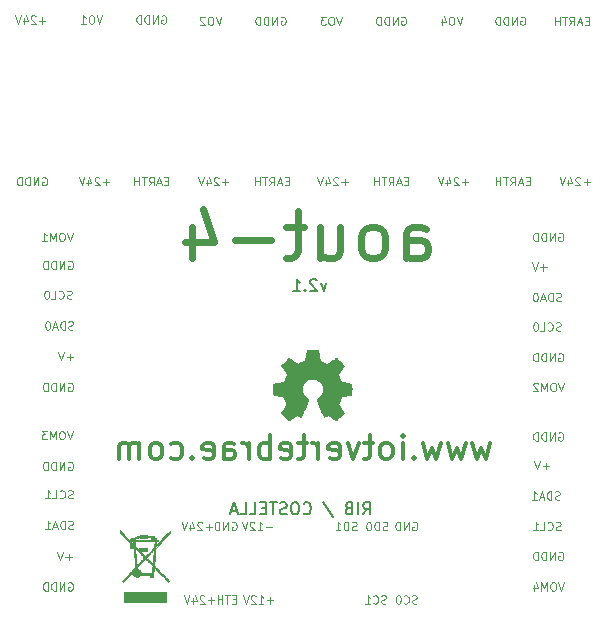
<source format=gbr>
%TF.GenerationSoftware,KiCad,Pcbnew,6.0.11+dfsg-1~bpo11+1*%
%TF.CreationDate,2023-07-05T16:37:14+02:00*%
%TF.ProjectId,aout4rib21,616f7574-3472-4696-9232-312e6b696361,1.1*%
%TF.SameCoordinates,Original*%
%TF.FileFunction,Legend,Bot*%
%TF.FilePolarity,Positive*%
%FSLAX46Y46*%
G04 Gerber Fmt 4.6, Leading zero omitted, Abs format (unit mm)*
G04 Created by KiCad (PCBNEW 6.0.11+dfsg-1~bpo11+1) date 2023-07-05 16:37:14*
%MOMM*%
%LPD*%
G01*
G04 APERTURE LIST*
%ADD10C,0.110000*%
%ADD11C,0.300000*%
%ADD12C,0.150000*%
%ADD13C,0.600000*%
%ADD14C,0.200000*%
%ADD15C,0.010000*%
G04 APERTURE END LIST*
D10*
X139983333Y-119050000D02*
X139750000Y-119050000D01*
X139650000Y-119416666D02*
X139983333Y-119416666D01*
X139983333Y-118716666D01*
X139650000Y-118716666D01*
X139450000Y-118716666D02*
X139050000Y-118716666D01*
X139250000Y-119416666D02*
X139250000Y-118716666D01*
X138816666Y-119416666D02*
X138816666Y-118716666D01*
X138816666Y-119050000D02*
X138416666Y-119050000D01*
X138416666Y-119416666D02*
X138416666Y-118716666D01*
D11*
X161509523Y-105821428D02*
X161128571Y-107154761D01*
X160747619Y-106202380D01*
X160366666Y-107154761D01*
X159985714Y-105821428D01*
X159414285Y-105821428D02*
X159033333Y-107154761D01*
X158652380Y-106202380D01*
X158271428Y-107154761D01*
X157890476Y-105821428D01*
X157319047Y-105821428D02*
X156938095Y-107154761D01*
X156557142Y-106202380D01*
X156176190Y-107154761D01*
X155795238Y-105821428D01*
X155033333Y-106964285D02*
X154938095Y-107059523D01*
X155033333Y-107154761D01*
X155128571Y-107059523D01*
X155033333Y-106964285D01*
X155033333Y-107154761D01*
X154080952Y-107154761D02*
X154080952Y-105821428D01*
X154080952Y-105154761D02*
X154176190Y-105250000D01*
X154080952Y-105345238D01*
X153985714Y-105250000D01*
X154080952Y-105154761D01*
X154080952Y-105345238D01*
X152842857Y-107154761D02*
X153033333Y-107059523D01*
X153128571Y-106964285D01*
X153223809Y-106773809D01*
X153223809Y-106202380D01*
X153128571Y-106011904D01*
X153033333Y-105916666D01*
X152842857Y-105821428D01*
X152557142Y-105821428D01*
X152366666Y-105916666D01*
X152271428Y-106011904D01*
X152176190Y-106202380D01*
X152176190Y-106773809D01*
X152271428Y-106964285D01*
X152366666Y-107059523D01*
X152557142Y-107154761D01*
X152842857Y-107154761D01*
X151604761Y-105821428D02*
X150842857Y-105821428D01*
X151319047Y-105154761D02*
X151319047Y-106869047D01*
X151223809Y-107059523D01*
X151033333Y-107154761D01*
X150842857Y-107154761D01*
X150366666Y-105821428D02*
X149890476Y-107154761D01*
X149414285Y-105821428D01*
X147890476Y-107059523D02*
X148080952Y-107154761D01*
X148461904Y-107154761D01*
X148652380Y-107059523D01*
X148747619Y-106869047D01*
X148747619Y-106107142D01*
X148652380Y-105916666D01*
X148461904Y-105821428D01*
X148080952Y-105821428D01*
X147890476Y-105916666D01*
X147795238Y-106107142D01*
X147795238Y-106297619D01*
X148747619Y-106488095D01*
X146938095Y-107154761D02*
X146938095Y-105821428D01*
X146938095Y-106202380D02*
X146842857Y-106011904D01*
X146747619Y-105916666D01*
X146557142Y-105821428D01*
X146366666Y-105821428D01*
X145985714Y-105821428D02*
X145223809Y-105821428D01*
X145700000Y-105154761D02*
X145700000Y-106869047D01*
X145604761Y-107059523D01*
X145414285Y-107154761D01*
X145223809Y-107154761D01*
X143795238Y-107059523D02*
X143985714Y-107154761D01*
X144366666Y-107154761D01*
X144557142Y-107059523D01*
X144652380Y-106869047D01*
X144652380Y-106107142D01*
X144557142Y-105916666D01*
X144366666Y-105821428D01*
X143985714Y-105821428D01*
X143795238Y-105916666D01*
X143700000Y-106107142D01*
X143700000Y-106297619D01*
X144652380Y-106488095D01*
X142842857Y-107154761D02*
X142842857Y-105154761D01*
X142842857Y-105916666D02*
X142652380Y-105821428D01*
X142271428Y-105821428D01*
X142080952Y-105916666D01*
X141985714Y-106011904D01*
X141890476Y-106202380D01*
X141890476Y-106773809D01*
X141985714Y-106964285D01*
X142080952Y-107059523D01*
X142271428Y-107154761D01*
X142652380Y-107154761D01*
X142842857Y-107059523D01*
X141033333Y-107154761D02*
X141033333Y-105821428D01*
X141033333Y-106202380D02*
X140938095Y-106011904D01*
X140842857Y-105916666D01*
X140652380Y-105821428D01*
X140461904Y-105821428D01*
X138938095Y-107154761D02*
X138938095Y-106107142D01*
X139033333Y-105916666D01*
X139223809Y-105821428D01*
X139604761Y-105821428D01*
X139795238Y-105916666D01*
X138938095Y-107059523D02*
X139128571Y-107154761D01*
X139604761Y-107154761D01*
X139795238Y-107059523D01*
X139890476Y-106869047D01*
X139890476Y-106678571D01*
X139795238Y-106488095D01*
X139604761Y-106392857D01*
X139128571Y-106392857D01*
X138938095Y-106297619D01*
X137223809Y-107059523D02*
X137414285Y-107154761D01*
X137795238Y-107154761D01*
X137985714Y-107059523D01*
X138080952Y-106869047D01*
X138080952Y-106107142D01*
X137985714Y-105916666D01*
X137795238Y-105821428D01*
X137414285Y-105821428D01*
X137223809Y-105916666D01*
X137128571Y-106107142D01*
X137128571Y-106297619D01*
X138080952Y-106488095D01*
X136271428Y-106964285D02*
X136176190Y-107059523D01*
X136271428Y-107154761D01*
X136366666Y-107059523D01*
X136271428Y-106964285D01*
X136271428Y-107154761D01*
X134461904Y-107059523D02*
X134652380Y-107154761D01*
X135033333Y-107154761D01*
X135223809Y-107059523D01*
X135319047Y-106964285D01*
X135414285Y-106773809D01*
X135414285Y-106202380D01*
X135319047Y-106011904D01*
X135223809Y-105916666D01*
X135033333Y-105821428D01*
X134652380Y-105821428D01*
X134461904Y-105916666D01*
X133319047Y-107154761D02*
X133509523Y-107059523D01*
X133604761Y-106964285D01*
X133700000Y-106773809D01*
X133700000Y-106202380D01*
X133604761Y-106011904D01*
X133509523Y-105916666D01*
X133319047Y-105821428D01*
X133033333Y-105821428D01*
X132842857Y-105916666D01*
X132747619Y-106011904D01*
X132652380Y-106202380D01*
X132652380Y-106773809D01*
X132747619Y-106964285D01*
X132842857Y-107059523D01*
X133033333Y-107154761D01*
X133319047Y-107154761D01*
X131795238Y-107154761D02*
X131795238Y-105821428D01*
X131795238Y-106011904D02*
X131700000Y-105916666D01*
X131509523Y-105821428D01*
X131223809Y-105821428D01*
X131033333Y-105916666D01*
X130938095Y-106107142D01*
X130938095Y-107154761D01*
X130938095Y-106107142D02*
X130842857Y-105916666D01*
X130652380Y-105821428D01*
X130366666Y-105821428D01*
X130176190Y-105916666D01*
X130080952Y-106107142D01*
X130080952Y-107154761D01*
D10*
X167483333Y-93783333D02*
X167383333Y-93816666D01*
X167216666Y-93816666D01*
X167150000Y-93783333D01*
X167116666Y-93750000D01*
X167083333Y-93683333D01*
X167083333Y-93616666D01*
X167116666Y-93550000D01*
X167150000Y-93516666D01*
X167216666Y-93483333D01*
X167350000Y-93450000D01*
X167416666Y-93416666D01*
X167450000Y-93383333D01*
X167483333Y-93316666D01*
X167483333Y-93250000D01*
X167450000Y-93183333D01*
X167416666Y-93150000D01*
X167350000Y-93116666D01*
X167183333Y-93116666D01*
X167083333Y-93150000D01*
X166783333Y-93816666D02*
X166783333Y-93116666D01*
X166616666Y-93116666D01*
X166516666Y-93150000D01*
X166450000Y-93216666D01*
X166416666Y-93283333D01*
X166383333Y-93416666D01*
X166383333Y-93516666D01*
X166416666Y-93650000D01*
X166450000Y-93716666D01*
X166516666Y-93783333D01*
X166616666Y-93816666D01*
X166783333Y-93816666D01*
X166116666Y-93616666D02*
X165783333Y-93616666D01*
X166183333Y-93816666D02*
X165950000Y-93116666D01*
X165716666Y-93816666D01*
X165350000Y-93116666D02*
X165283333Y-93116666D01*
X165216666Y-93150000D01*
X165183333Y-93183333D01*
X165150000Y-93250000D01*
X165116666Y-93383333D01*
X165116666Y-93550000D01*
X165150000Y-93683333D01*
X165183333Y-93750000D01*
X165216666Y-93783333D01*
X165283333Y-93816666D01*
X165350000Y-93816666D01*
X165416666Y-93783333D01*
X165450000Y-93750000D01*
X165483333Y-93683333D01*
X165516666Y-93550000D01*
X165516666Y-93383333D01*
X165483333Y-93250000D01*
X165450000Y-93183333D01*
X165416666Y-93150000D01*
X165350000Y-93116666D01*
X154533333Y-83650000D02*
X154300000Y-83650000D01*
X154200000Y-84016666D02*
X154533333Y-84016666D01*
X154533333Y-83316666D01*
X154200000Y-83316666D01*
X153933333Y-83816666D02*
X153600000Y-83816666D01*
X154000000Y-84016666D02*
X153766666Y-83316666D01*
X153533333Y-84016666D01*
X152900000Y-84016666D02*
X153133333Y-83683333D01*
X153300000Y-84016666D02*
X153300000Y-83316666D01*
X153033333Y-83316666D01*
X152966666Y-83350000D01*
X152933333Y-83383333D01*
X152900000Y-83450000D01*
X152900000Y-83550000D01*
X152933333Y-83616666D01*
X152966666Y-83650000D01*
X153033333Y-83683333D01*
X153300000Y-83683333D01*
X152700000Y-83316666D02*
X152300000Y-83316666D01*
X152500000Y-84016666D02*
X152500000Y-83316666D01*
X152066666Y-84016666D02*
X152066666Y-83316666D01*
X152066666Y-83650000D02*
X151666666Y-83650000D01*
X151666666Y-84016666D02*
X151666666Y-83316666D01*
X125783333Y-107450000D02*
X125850000Y-107416666D01*
X125950000Y-107416666D01*
X126050000Y-107450000D01*
X126116666Y-107516666D01*
X126150000Y-107583333D01*
X126183333Y-107716666D01*
X126183333Y-107816666D01*
X126150000Y-107950000D01*
X126116666Y-108016666D01*
X126050000Y-108083333D01*
X125950000Y-108116666D01*
X125883333Y-108116666D01*
X125783333Y-108083333D01*
X125750000Y-108050000D01*
X125750000Y-107816666D01*
X125883333Y-107816666D01*
X125450000Y-108116666D02*
X125450000Y-107416666D01*
X125050000Y-108116666D01*
X125050000Y-107416666D01*
X124716666Y-108116666D02*
X124716666Y-107416666D01*
X124550000Y-107416666D01*
X124450000Y-107450000D01*
X124383333Y-107516666D01*
X124350000Y-107583333D01*
X124316666Y-107716666D01*
X124316666Y-107816666D01*
X124350000Y-107950000D01*
X124383333Y-108016666D01*
X124450000Y-108083333D01*
X124550000Y-108116666D01*
X124716666Y-108116666D01*
X124016666Y-108116666D02*
X124016666Y-107416666D01*
X123850000Y-107416666D01*
X123750000Y-107450000D01*
X123683333Y-107516666D01*
X123650000Y-107583333D01*
X123616666Y-107716666D01*
X123616666Y-107816666D01*
X123650000Y-107950000D01*
X123683333Y-108016666D01*
X123750000Y-108083333D01*
X123850000Y-108116666D01*
X124016666Y-108116666D01*
X126133333Y-104816666D02*
X125900000Y-105516666D01*
X125666666Y-104816666D01*
X125300000Y-104816666D02*
X125166666Y-104816666D01*
X125100000Y-104850000D01*
X125033333Y-104916666D01*
X125000000Y-105050000D01*
X125000000Y-105283333D01*
X125033333Y-105416666D01*
X125100000Y-105483333D01*
X125166666Y-105516666D01*
X125300000Y-105516666D01*
X125366666Y-105483333D01*
X125433333Y-105416666D01*
X125466666Y-105283333D01*
X125466666Y-105050000D01*
X125433333Y-104916666D01*
X125366666Y-104850000D01*
X125300000Y-104816666D01*
X124700000Y-105516666D02*
X124700000Y-104816666D01*
X124466666Y-105316666D01*
X124233333Y-104816666D01*
X124233333Y-105516666D01*
X123966666Y-104816666D02*
X123533333Y-104816666D01*
X123766666Y-105083333D01*
X123666666Y-105083333D01*
X123600000Y-105116666D01*
X123566666Y-105150000D01*
X123533333Y-105216666D01*
X123533333Y-105383333D01*
X123566666Y-105450000D01*
X123600000Y-105483333D01*
X123666666Y-105516666D01*
X123866666Y-105516666D01*
X123933333Y-105483333D01*
X123966666Y-105450000D01*
X167283333Y-88050000D02*
X167350000Y-88016666D01*
X167450000Y-88016666D01*
X167550000Y-88050000D01*
X167616666Y-88116666D01*
X167650000Y-88183333D01*
X167683333Y-88316666D01*
X167683333Y-88416666D01*
X167650000Y-88550000D01*
X167616666Y-88616666D01*
X167550000Y-88683333D01*
X167450000Y-88716666D01*
X167383333Y-88716666D01*
X167283333Y-88683333D01*
X167250000Y-88650000D01*
X167250000Y-88416666D01*
X167383333Y-88416666D01*
X166950000Y-88716666D02*
X166950000Y-88016666D01*
X166550000Y-88716666D01*
X166550000Y-88016666D01*
X166216666Y-88716666D02*
X166216666Y-88016666D01*
X166050000Y-88016666D01*
X165950000Y-88050000D01*
X165883333Y-88116666D01*
X165850000Y-88183333D01*
X165816666Y-88316666D01*
X165816666Y-88416666D01*
X165850000Y-88550000D01*
X165883333Y-88616666D01*
X165950000Y-88683333D01*
X166050000Y-88716666D01*
X166216666Y-88716666D01*
X165516666Y-88716666D02*
X165516666Y-88016666D01*
X165350000Y-88016666D01*
X165250000Y-88050000D01*
X165183333Y-88116666D01*
X165150000Y-88183333D01*
X165116666Y-88316666D01*
X165116666Y-88416666D01*
X165150000Y-88550000D01*
X165183333Y-88616666D01*
X165250000Y-88683333D01*
X165350000Y-88716666D01*
X165516666Y-88716666D01*
X126183333Y-96183333D02*
X126083333Y-96216666D01*
X125916666Y-96216666D01*
X125850000Y-96183333D01*
X125816666Y-96150000D01*
X125783333Y-96083333D01*
X125783333Y-96016666D01*
X125816666Y-95950000D01*
X125850000Y-95916666D01*
X125916666Y-95883333D01*
X126050000Y-95850000D01*
X126116666Y-95816666D01*
X126150000Y-95783333D01*
X126183333Y-95716666D01*
X126183333Y-95650000D01*
X126150000Y-95583333D01*
X126116666Y-95550000D01*
X126050000Y-95516666D01*
X125883333Y-95516666D01*
X125783333Y-95550000D01*
X125483333Y-96216666D02*
X125483333Y-95516666D01*
X125316666Y-95516666D01*
X125216666Y-95550000D01*
X125150000Y-95616666D01*
X125116666Y-95683333D01*
X125083333Y-95816666D01*
X125083333Y-95916666D01*
X125116666Y-96050000D01*
X125150000Y-96116666D01*
X125216666Y-96183333D01*
X125316666Y-96216666D01*
X125483333Y-96216666D01*
X124816666Y-96016666D02*
X124483333Y-96016666D01*
X124883333Y-96216666D02*
X124650000Y-95516666D01*
X124416666Y-96216666D01*
X124050000Y-95516666D02*
X123983333Y-95516666D01*
X123916666Y-95550000D01*
X123883333Y-95583333D01*
X123850000Y-95650000D01*
X123816666Y-95783333D01*
X123816666Y-95950000D01*
X123850000Y-96083333D01*
X123883333Y-96150000D01*
X123916666Y-96183333D01*
X123983333Y-96216666D01*
X124050000Y-96216666D01*
X124116666Y-96183333D01*
X124150000Y-96150000D01*
X124183333Y-96083333D01*
X124216666Y-95950000D01*
X124216666Y-95783333D01*
X124183333Y-95650000D01*
X124150000Y-95583333D01*
X124116666Y-95550000D01*
X124050000Y-95516666D01*
X167283333Y-115050000D02*
X167350000Y-115016666D01*
X167450000Y-115016666D01*
X167550000Y-115050000D01*
X167616666Y-115116666D01*
X167650000Y-115183333D01*
X167683333Y-115316666D01*
X167683333Y-115416666D01*
X167650000Y-115550000D01*
X167616666Y-115616666D01*
X167550000Y-115683333D01*
X167450000Y-115716666D01*
X167383333Y-115716666D01*
X167283333Y-115683333D01*
X167250000Y-115650000D01*
X167250000Y-115416666D01*
X167383333Y-115416666D01*
X166950000Y-115716666D02*
X166950000Y-115016666D01*
X166550000Y-115716666D01*
X166550000Y-115016666D01*
X166216666Y-115716666D02*
X166216666Y-115016666D01*
X166050000Y-115016666D01*
X165950000Y-115050000D01*
X165883333Y-115116666D01*
X165850000Y-115183333D01*
X165816666Y-115316666D01*
X165816666Y-115416666D01*
X165850000Y-115550000D01*
X165883333Y-115616666D01*
X165950000Y-115683333D01*
X166050000Y-115716666D01*
X166216666Y-115716666D01*
X165516666Y-115716666D02*
X165516666Y-115016666D01*
X165350000Y-115016666D01*
X165250000Y-115050000D01*
X165183333Y-115116666D01*
X165150000Y-115183333D01*
X165116666Y-115316666D01*
X165116666Y-115416666D01*
X165150000Y-115550000D01*
X165183333Y-115616666D01*
X165250000Y-115683333D01*
X165350000Y-115716666D01*
X165516666Y-115716666D01*
X126166666Y-98550000D02*
X125633333Y-98550000D01*
X125900000Y-98816666D02*
X125900000Y-98283333D01*
X125400000Y-98116666D02*
X125166666Y-98816666D01*
X124933333Y-98116666D01*
D12*
X150735714Y-111852380D02*
X151069047Y-111376190D01*
X151307142Y-111852380D02*
X151307142Y-110852380D01*
X150926190Y-110852380D01*
X150830952Y-110900000D01*
X150783333Y-110947619D01*
X150735714Y-111042857D01*
X150735714Y-111185714D01*
X150783333Y-111280952D01*
X150830952Y-111328571D01*
X150926190Y-111376190D01*
X151307142Y-111376190D01*
X150307142Y-111852380D02*
X150307142Y-110852380D01*
X149497619Y-111328571D02*
X149354761Y-111376190D01*
X149307142Y-111423809D01*
X149259523Y-111519047D01*
X149259523Y-111661904D01*
X149307142Y-111757142D01*
X149354761Y-111804761D01*
X149450000Y-111852380D01*
X149830952Y-111852380D01*
X149830952Y-110852380D01*
X149497619Y-110852380D01*
X149402380Y-110900000D01*
X149354761Y-110947619D01*
X149307142Y-111042857D01*
X149307142Y-111138095D01*
X149354761Y-111233333D01*
X149402380Y-111280952D01*
X149497619Y-111328571D01*
X149830952Y-111328571D01*
X147354761Y-110804761D02*
X148211904Y-112090476D01*
X145688095Y-111757142D02*
X145735714Y-111804761D01*
X145878571Y-111852380D01*
X145973809Y-111852380D01*
X146116666Y-111804761D01*
X146211904Y-111709523D01*
X146259523Y-111614285D01*
X146307142Y-111423809D01*
X146307142Y-111280952D01*
X146259523Y-111090476D01*
X146211904Y-110995238D01*
X146116666Y-110900000D01*
X145973809Y-110852380D01*
X145878571Y-110852380D01*
X145735714Y-110900000D01*
X145688095Y-110947619D01*
X145069047Y-110852380D02*
X144878571Y-110852380D01*
X144783333Y-110900000D01*
X144688095Y-110995238D01*
X144640476Y-111185714D01*
X144640476Y-111519047D01*
X144688095Y-111709523D01*
X144783333Y-111804761D01*
X144878571Y-111852380D01*
X145069047Y-111852380D01*
X145164285Y-111804761D01*
X145259523Y-111709523D01*
X145307142Y-111519047D01*
X145307142Y-111185714D01*
X145259523Y-110995238D01*
X145164285Y-110900000D01*
X145069047Y-110852380D01*
X144259523Y-111804761D02*
X144116666Y-111852380D01*
X143878571Y-111852380D01*
X143783333Y-111804761D01*
X143735714Y-111757142D01*
X143688095Y-111661904D01*
X143688095Y-111566666D01*
X143735714Y-111471428D01*
X143783333Y-111423809D01*
X143878571Y-111376190D01*
X144069047Y-111328571D01*
X144164285Y-111280952D01*
X144211904Y-111233333D01*
X144259523Y-111138095D01*
X144259523Y-111042857D01*
X144211904Y-110947619D01*
X144164285Y-110900000D01*
X144069047Y-110852380D01*
X143830952Y-110852380D01*
X143688095Y-110900000D01*
X143402380Y-110852380D02*
X142830952Y-110852380D01*
X143116666Y-111852380D02*
X143116666Y-110852380D01*
X142497619Y-111328571D02*
X142164285Y-111328571D01*
X142021428Y-111852380D02*
X142497619Y-111852380D01*
X142497619Y-110852380D01*
X142021428Y-110852380D01*
X141116666Y-111852380D02*
X141592857Y-111852380D01*
X141592857Y-110852380D01*
X140307142Y-111852380D02*
X140783333Y-111852380D01*
X140783333Y-110852380D01*
X140021428Y-111566666D02*
X139545238Y-111566666D01*
X140116666Y-111852380D02*
X139783333Y-110852380D01*
X139450000Y-111852380D01*
D10*
X126066666Y-115450000D02*
X125533333Y-115450000D01*
X125800000Y-115716666D02*
X125800000Y-115183333D01*
X125300000Y-115016666D02*
X125066666Y-115716666D01*
X124833333Y-115016666D01*
X137933333Y-112950000D02*
X137400000Y-112950000D01*
X137666666Y-113216666D02*
X137666666Y-112683333D01*
X137100000Y-112583333D02*
X137066666Y-112550000D01*
X137000000Y-112516666D01*
X136833333Y-112516666D01*
X136766666Y-112550000D01*
X136733333Y-112583333D01*
X136700000Y-112650000D01*
X136700000Y-112716666D01*
X136733333Y-112816666D01*
X137133333Y-113216666D01*
X136700000Y-113216666D01*
X136100000Y-112750000D02*
X136100000Y-113216666D01*
X136266666Y-112483333D02*
X136433333Y-112983333D01*
X136000000Y-112983333D01*
X135833333Y-112516666D02*
X135600000Y-113216666D01*
X135366666Y-112516666D01*
X169933333Y-83750000D02*
X169400000Y-83750000D01*
X169666666Y-84016666D02*
X169666666Y-83483333D01*
X169100000Y-83383333D02*
X169066666Y-83350000D01*
X169000000Y-83316666D01*
X168833333Y-83316666D01*
X168766666Y-83350000D01*
X168733333Y-83383333D01*
X168700000Y-83450000D01*
X168700000Y-83516666D01*
X168733333Y-83616666D01*
X169133333Y-84016666D01*
X168700000Y-84016666D01*
X168100000Y-83550000D02*
X168100000Y-84016666D01*
X168266666Y-83283333D02*
X168433333Y-83783333D01*
X168000000Y-83783333D01*
X167833333Y-83316666D02*
X167600000Y-84016666D01*
X167366666Y-83316666D01*
X150183333Y-113183333D02*
X150083333Y-113216666D01*
X149916666Y-113216666D01*
X149850000Y-113183333D01*
X149816666Y-113150000D01*
X149783333Y-113083333D01*
X149783333Y-113016666D01*
X149816666Y-112950000D01*
X149850000Y-112916666D01*
X149916666Y-112883333D01*
X150050000Y-112850000D01*
X150116666Y-112816666D01*
X150150000Y-112783333D01*
X150183333Y-112716666D01*
X150183333Y-112650000D01*
X150150000Y-112583333D01*
X150116666Y-112550000D01*
X150050000Y-112516666D01*
X149883333Y-112516666D01*
X149783333Y-112550000D01*
X149483333Y-113216666D02*
X149483333Y-112516666D01*
X149316666Y-112516666D01*
X149216666Y-112550000D01*
X149150000Y-112616666D01*
X149116666Y-112683333D01*
X149083333Y-112816666D01*
X149083333Y-112916666D01*
X149116666Y-113050000D01*
X149150000Y-113116666D01*
X149216666Y-113183333D01*
X149316666Y-113216666D01*
X149483333Y-113216666D01*
X148416666Y-113216666D02*
X148816666Y-113216666D01*
X148616666Y-113216666D02*
X148616666Y-112516666D01*
X148683333Y-112616666D01*
X148750000Y-112683333D01*
X148816666Y-112716666D01*
X167466666Y-96283333D02*
X167366666Y-96316666D01*
X167200000Y-96316666D01*
X167133333Y-96283333D01*
X167100000Y-96250000D01*
X167066666Y-96183333D01*
X167066666Y-96116666D01*
X167100000Y-96050000D01*
X167133333Y-96016666D01*
X167200000Y-95983333D01*
X167333333Y-95950000D01*
X167400000Y-95916666D01*
X167433333Y-95883333D01*
X167466666Y-95816666D01*
X167466666Y-95750000D01*
X167433333Y-95683333D01*
X167400000Y-95650000D01*
X167333333Y-95616666D01*
X167166666Y-95616666D01*
X167066666Y-95650000D01*
X166366666Y-96250000D02*
X166400000Y-96283333D01*
X166500000Y-96316666D01*
X166566666Y-96316666D01*
X166666666Y-96283333D01*
X166733333Y-96216666D01*
X166766666Y-96150000D01*
X166800000Y-96016666D01*
X166800000Y-95916666D01*
X166766666Y-95783333D01*
X166733333Y-95716666D01*
X166666666Y-95650000D01*
X166566666Y-95616666D01*
X166500000Y-95616666D01*
X166400000Y-95650000D01*
X166366666Y-95683333D01*
X165733333Y-96316666D02*
X166066666Y-96316666D01*
X166066666Y-95616666D01*
X165366666Y-95616666D02*
X165300000Y-95616666D01*
X165233333Y-95650000D01*
X165200000Y-95683333D01*
X165166666Y-95750000D01*
X165133333Y-95883333D01*
X165133333Y-96050000D01*
X165166666Y-96183333D01*
X165200000Y-96250000D01*
X165233333Y-96283333D01*
X165300000Y-96316666D01*
X165366666Y-96316666D01*
X165433333Y-96283333D01*
X165466666Y-96250000D01*
X165500000Y-96183333D01*
X165533333Y-96050000D01*
X165533333Y-95883333D01*
X165500000Y-95750000D01*
X165466666Y-95683333D01*
X165433333Y-95650000D01*
X165366666Y-95616666D01*
X125783333Y-117650000D02*
X125850000Y-117616666D01*
X125950000Y-117616666D01*
X126050000Y-117650000D01*
X126116666Y-117716666D01*
X126150000Y-117783333D01*
X126183333Y-117916666D01*
X126183333Y-118016666D01*
X126150000Y-118150000D01*
X126116666Y-118216666D01*
X126050000Y-118283333D01*
X125950000Y-118316666D01*
X125883333Y-118316666D01*
X125783333Y-118283333D01*
X125750000Y-118250000D01*
X125750000Y-118016666D01*
X125883333Y-118016666D01*
X125450000Y-118316666D02*
X125450000Y-117616666D01*
X125050000Y-118316666D01*
X125050000Y-117616666D01*
X124716666Y-118316666D02*
X124716666Y-117616666D01*
X124550000Y-117616666D01*
X124450000Y-117650000D01*
X124383333Y-117716666D01*
X124350000Y-117783333D01*
X124316666Y-117916666D01*
X124316666Y-118016666D01*
X124350000Y-118150000D01*
X124383333Y-118216666D01*
X124450000Y-118283333D01*
X124550000Y-118316666D01*
X124716666Y-118316666D01*
X124016666Y-118316666D02*
X124016666Y-117616666D01*
X123850000Y-117616666D01*
X123750000Y-117650000D01*
X123683333Y-117716666D01*
X123650000Y-117783333D01*
X123616666Y-117916666D01*
X123616666Y-118016666D01*
X123650000Y-118150000D01*
X123683333Y-118216666D01*
X123750000Y-118283333D01*
X123850000Y-118316666D01*
X124016666Y-118316666D01*
X167733333Y-117616666D02*
X167500000Y-118316666D01*
X167266666Y-117616666D01*
X166900000Y-117616666D02*
X166766666Y-117616666D01*
X166700000Y-117650000D01*
X166633333Y-117716666D01*
X166600000Y-117850000D01*
X166600000Y-118083333D01*
X166633333Y-118216666D01*
X166700000Y-118283333D01*
X166766666Y-118316666D01*
X166900000Y-118316666D01*
X166966666Y-118283333D01*
X167033333Y-118216666D01*
X167066666Y-118083333D01*
X167066666Y-117850000D01*
X167033333Y-117716666D01*
X166966666Y-117650000D01*
X166900000Y-117616666D01*
X166300000Y-118316666D02*
X166300000Y-117616666D01*
X166066666Y-118116666D01*
X165833333Y-117616666D01*
X165833333Y-118316666D01*
X165200000Y-117850000D02*
X165200000Y-118316666D01*
X165366666Y-117583333D02*
X165533333Y-118083333D01*
X165100000Y-118083333D01*
X143033333Y-112950000D02*
X142500000Y-112950000D01*
X141800000Y-113216666D02*
X142200000Y-113216666D01*
X142000000Y-113216666D02*
X142000000Y-112516666D01*
X142066666Y-112616666D01*
X142133333Y-112683333D01*
X142200000Y-112716666D01*
X141533333Y-112583333D02*
X141500000Y-112550000D01*
X141433333Y-112516666D01*
X141266666Y-112516666D01*
X141200000Y-112550000D01*
X141166666Y-112583333D01*
X141133333Y-112650000D01*
X141133333Y-112716666D01*
X141166666Y-112816666D01*
X141566666Y-113216666D01*
X141133333Y-113216666D01*
X140933333Y-112516666D02*
X140700000Y-113216666D01*
X140466666Y-112516666D01*
X123833333Y-70050000D02*
X123300000Y-70050000D01*
X123566666Y-70316666D02*
X123566666Y-69783333D01*
X123000000Y-69683333D02*
X122966666Y-69650000D01*
X122900000Y-69616666D01*
X122733333Y-69616666D01*
X122666666Y-69650000D01*
X122633333Y-69683333D01*
X122600000Y-69750000D01*
X122600000Y-69816666D01*
X122633333Y-69916666D01*
X123033333Y-70316666D01*
X122600000Y-70316666D01*
X122000000Y-69850000D02*
X122000000Y-70316666D01*
X122166666Y-69583333D02*
X122333333Y-70083333D01*
X121900000Y-70083333D01*
X121733333Y-69616666D02*
X121500000Y-70316666D01*
X121266666Y-69616666D01*
X167733333Y-100716666D02*
X167500000Y-101416666D01*
X167266666Y-100716666D01*
X166900000Y-100716666D02*
X166766666Y-100716666D01*
X166700000Y-100750000D01*
X166633333Y-100816666D01*
X166600000Y-100950000D01*
X166600000Y-101183333D01*
X166633333Y-101316666D01*
X166700000Y-101383333D01*
X166766666Y-101416666D01*
X166900000Y-101416666D01*
X166966666Y-101383333D01*
X167033333Y-101316666D01*
X167066666Y-101183333D01*
X167066666Y-100950000D01*
X167033333Y-100816666D01*
X166966666Y-100750000D01*
X166900000Y-100716666D01*
X166300000Y-101416666D02*
X166300000Y-100716666D01*
X166066666Y-101216666D01*
X165833333Y-100716666D01*
X165833333Y-101416666D01*
X165533333Y-100783333D02*
X165500000Y-100750000D01*
X165433333Y-100716666D01*
X165266666Y-100716666D01*
X165200000Y-100750000D01*
X165166666Y-100783333D01*
X165133333Y-100850000D01*
X165133333Y-100916666D01*
X165166666Y-101016666D01*
X165566666Y-101416666D01*
X165133333Y-101416666D01*
X125783333Y-90450000D02*
X125850000Y-90416666D01*
X125950000Y-90416666D01*
X126050000Y-90450000D01*
X126116666Y-90516666D01*
X126150000Y-90583333D01*
X126183333Y-90716666D01*
X126183333Y-90816666D01*
X126150000Y-90950000D01*
X126116666Y-91016666D01*
X126050000Y-91083333D01*
X125950000Y-91116666D01*
X125883333Y-91116666D01*
X125783333Y-91083333D01*
X125750000Y-91050000D01*
X125750000Y-90816666D01*
X125883333Y-90816666D01*
X125450000Y-91116666D02*
X125450000Y-90416666D01*
X125050000Y-91116666D01*
X125050000Y-90416666D01*
X124716666Y-91116666D02*
X124716666Y-90416666D01*
X124550000Y-90416666D01*
X124450000Y-90450000D01*
X124383333Y-90516666D01*
X124350000Y-90583333D01*
X124316666Y-90716666D01*
X124316666Y-90816666D01*
X124350000Y-90950000D01*
X124383333Y-91016666D01*
X124450000Y-91083333D01*
X124550000Y-91116666D01*
X124716666Y-91116666D01*
X124016666Y-91116666D02*
X124016666Y-90416666D01*
X123850000Y-90416666D01*
X123750000Y-90450000D01*
X123683333Y-90516666D01*
X123650000Y-90583333D01*
X123616666Y-90716666D01*
X123616666Y-90816666D01*
X123650000Y-90950000D01*
X123683333Y-91016666D01*
X123750000Y-91083333D01*
X123850000Y-91116666D01*
X124016666Y-91116666D01*
X152783333Y-113183333D02*
X152683333Y-113216666D01*
X152516666Y-113216666D01*
X152450000Y-113183333D01*
X152416666Y-113150000D01*
X152383333Y-113083333D01*
X152383333Y-113016666D01*
X152416666Y-112950000D01*
X152450000Y-112916666D01*
X152516666Y-112883333D01*
X152650000Y-112850000D01*
X152716666Y-112816666D01*
X152750000Y-112783333D01*
X152783333Y-112716666D01*
X152783333Y-112650000D01*
X152750000Y-112583333D01*
X152716666Y-112550000D01*
X152650000Y-112516666D01*
X152483333Y-112516666D01*
X152383333Y-112550000D01*
X152083333Y-113216666D02*
X152083333Y-112516666D01*
X151916666Y-112516666D01*
X151816666Y-112550000D01*
X151750000Y-112616666D01*
X151716666Y-112683333D01*
X151683333Y-112816666D01*
X151683333Y-112916666D01*
X151716666Y-113050000D01*
X151750000Y-113116666D01*
X151816666Y-113183333D01*
X151916666Y-113216666D01*
X152083333Y-113216666D01*
X151250000Y-112516666D02*
X151183333Y-112516666D01*
X151116666Y-112550000D01*
X151083333Y-112583333D01*
X151050000Y-112650000D01*
X151016666Y-112783333D01*
X151016666Y-112950000D01*
X151050000Y-113083333D01*
X151083333Y-113150000D01*
X151116666Y-113183333D01*
X151183333Y-113216666D01*
X151250000Y-113216666D01*
X151316666Y-113183333D01*
X151350000Y-113150000D01*
X151383333Y-113083333D01*
X151416666Y-112950000D01*
X151416666Y-112783333D01*
X151383333Y-112650000D01*
X151350000Y-112583333D01*
X151316666Y-112550000D01*
X151250000Y-112516666D01*
X167383333Y-110583333D02*
X167283333Y-110616666D01*
X167116666Y-110616666D01*
X167050000Y-110583333D01*
X167016666Y-110550000D01*
X166983333Y-110483333D01*
X166983333Y-110416666D01*
X167016666Y-110350000D01*
X167050000Y-110316666D01*
X167116666Y-110283333D01*
X167250000Y-110250000D01*
X167316666Y-110216666D01*
X167350000Y-110183333D01*
X167383333Y-110116666D01*
X167383333Y-110050000D01*
X167350000Y-109983333D01*
X167316666Y-109950000D01*
X167250000Y-109916666D01*
X167083333Y-109916666D01*
X166983333Y-109950000D01*
X166683333Y-110616666D02*
X166683333Y-109916666D01*
X166516666Y-109916666D01*
X166416666Y-109950000D01*
X166350000Y-110016666D01*
X166316666Y-110083333D01*
X166283333Y-110216666D01*
X166283333Y-110316666D01*
X166316666Y-110450000D01*
X166350000Y-110516666D01*
X166416666Y-110583333D01*
X166516666Y-110616666D01*
X166683333Y-110616666D01*
X166016666Y-110416666D02*
X165683333Y-110416666D01*
X166083333Y-110616666D02*
X165850000Y-109916666D01*
X165616666Y-110616666D01*
X165016666Y-110616666D02*
X165416666Y-110616666D01*
X165216666Y-110616666D02*
X165216666Y-109916666D01*
X165283333Y-110016666D01*
X165350000Y-110083333D01*
X165416666Y-110116666D01*
X166466666Y-107750000D02*
X165933333Y-107750000D01*
X166200000Y-108016666D02*
X166200000Y-107483333D01*
X165700000Y-107316666D02*
X165466666Y-108016666D01*
X165233333Y-107316666D01*
X125783333Y-100750000D02*
X125850000Y-100716666D01*
X125950000Y-100716666D01*
X126050000Y-100750000D01*
X126116666Y-100816666D01*
X126150000Y-100883333D01*
X126183333Y-101016666D01*
X126183333Y-101116666D01*
X126150000Y-101250000D01*
X126116666Y-101316666D01*
X126050000Y-101383333D01*
X125950000Y-101416666D01*
X125883333Y-101416666D01*
X125783333Y-101383333D01*
X125750000Y-101350000D01*
X125750000Y-101116666D01*
X125883333Y-101116666D01*
X125450000Y-101416666D02*
X125450000Y-100716666D01*
X125050000Y-101416666D01*
X125050000Y-100716666D01*
X124716666Y-101416666D02*
X124716666Y-100716666D01*
X124550000Y-100716666D01*
X124450000Y-100750000D01*
X124383333Y-100816666D01*
X124350000Y-100883333D01*
X124316666Y-101016666D01*
X124316666Y-101116666D01*
X124350000Y-101250000D01*
X124383333Y-101316666D01*
X124450000Y-101383333D01*
X124550000Y-101416666D01*
X124716666Y-101416666D01*
X124016666Y-101416666D02*
X124016666Y-100716666D01*
X123850000Y-100716666D01*
X123750000Y-100750000D01*
X123683333Y-100816666D01*
X123650000Y-100883333D01*
X123616666Y-101016666D01*
X123616666Y-101116666D01*
X123650000Y-101250000D01*
X123683333Y-101316666D01*
X123750000Y-101383333D01*
X123850000Y-101416666D01*
X124016666Y-101416666D01*
X143783333Y-69750000D02*
X143850000Y-69716666D01*
X143950000Y-69716666D01*
X144050000Y-69750000D01*
X144116666Y-69816666D01*
X144150000Y-69883333D01*
X144183333Y-70016666D01*
X144183333Y-70116666D01*
X144150000Y-70250000D01*
X144116666Y-70316666D01*
X144050000Y-70383333D01*
X143950000Y-70416666D01*
X143883333Y-70416666D01*
X143783333Y-70383333D01*
X143750000Y-70350000D01*
X143750000Y-70116666D01*
X143883333Y-70116666D01*
X143450000Y-70416666D02*
X143450000Y-69716666D01*
X143050000Y-70416666D01*
X143050000Y-69716666D01*
X142716666Y-70416666D02*
X142716666Y-69716666D01*
X142550000Y-69716666D01*
X142450000Y-69750000D01*
X142383333Y-69816666D01*
X142350000Y-69883333D01*
X142316666Y-70016666D01*
X142316666Y-70116666D01*
X142350000Y-70250000D01*
X142383333Y-70316666D01*
X142450000Y-70383333D01*
X142550000Y-70416666D01*
X142716666Y-70416666D01*
X142016666Y-70416666D02*
X142016666Y-69716666D01*
X141850000Y-69716666D01*
X141750000Y-69750000D01*
X141683333Y-69816666D01*
X141650000Y-69883333D01*
X141616666Y-70016666D01*
X141616666Y-70116666D01*
X141650000Y-70250000D01*
X141683333Y-70316666D01*
X141750000Y-70383333D01*
X141850000Y-70416666D01*
X142016666Y-70416666D01*
X164083333Y-69750000D02*
X164150000Y-69716666D01*
X164250000Y-69716666D01*
X164350000Y-69750000D01*
X164416666Y-69816666D01*
X164450000Y-69883333D01*
X164483333Y-70016666D01*
X164483333Y-70116666D01*
X164450000Y-70250000D01*
X164416666Y-70316666D01*
X164350000Y-70383333D01*
X164250000Y-70416666D01*
X164183333Y-70416666D01*
X164083333Y-70383333D01*
X164050000Y-70350000D01*
X164050000Y-70116666D01*
X164183333Y-70116666D01*
X163750000Y-70416666D02*
X163750000Y-69716666D01*
X163350000Y-70416666D01*
X163350000Y-69716666D01*
X163016666Y-70416666D02*
X163016666Y-69716666D01*
X162850000Y-69716666D01*
X162750000Y-69750000D01*
X162683333Y-69816666D01*
X162650000Y-69883333D01*
X162616666Y-70016666D01*
X162616666Y-70116666D01*
X162650000Y-70250000D01*
X162683333Y-70316666D01*
X162750000Y-70383333D01*
X162850000Y-70416666D01*
X163016666Y-70416666D01*
X162316666Y-70416666D02*
X162316666Y-69716666D01*
X162150000Y-69716666D01*
X162050000Y-69750000D01*
X161983333Y-69816666D01*
X161950000Y-69883333D01*
X161916666Y-70016666D01*
X161916666Y-70116666D01*
X161950000Y-70250000D01*
X161983333Y-70316666D01*
X162050000Y-70383333D01*
X162150000Y-70416666D01*
X162316666Y-70416666D01*
X126133333Y-88016666D02*
X125900000Y-88716666D01*
X125666666Y-88016666D01*
X125300000Y-88016666D02*
X125166666Y-88016666D01*
X125100000Y-88050000D01*
X125033333Y-88116666D01*
X125000000Y-88250000D01*
X125000000Y-88483333D01*
X125033333Y-88616666D01*
X125100000Y-88683333D01*
X125166666Y-88716666D01*
X125300000Y-88716666D01*
X125366666Y-88683333D01*
X125433333Y-88616666D01*
X125466666Y-88483333D01*
X125466666Y-88250000D01*
X125433333Y-88116666D01*
X125366666Y-88050000D01*
X125300000Y-88016666D01*
X124700000Y-88716666D02*
X124700000Y-88016666D01*
X124466666Y-88516666D01*
X124233333Y-88016666D01*
X124233333Y-88716666D01*
X123533333Y-88716666D02*
X123933333Y-88716666D01*
X123733333Y-88716666D02*
X123733333Y-88016666D01*
X123800000Y-88116666D01*
X123866666Y-88183333D01*
X123933333Y-88216666D01*
X133683333Y-69650000D02*
X133750000Y-69616666D01*
X133850000Y-69616666D01*
X133950000Y-69650000D01*
X134016666Y-69716666D01*
X134050000Y-69783333D01*
X134083333Y-69916666D01*
X134083333Y-70016666D01*
X134050000Y-70150000D01*
X134016666Y-70216666D01*
X133950000Y-70283333D01*
X133850000Y-70316666D01*
X133783333Y-70316666D01*
X133683333Y-70283333D01*
X133650000Y-70250000D01*
X133650000Y-70016666D01*
X133783333Y-70016666D01*
X133350000Y-70316666D02*
X133350000Y-69616666D01*
X132950000Y-70316666D01*
X132950000Y-69616666D01*
X132616666Y-70316666D02*
X132616666Y-69616666D01*
X132450000Y-69616666D01*
X132350000Y-69650000D01*
X132283333Y-69716666D01*
X132250000Y-69783333D01*
X132216666Y-69916666D01*
X132216666Y-70016666D01*
X132250000Y-70150000D01*
X132283333Y-70216666D01*
X132350000Y-70283333D01*
X132450000Y-70316666D01*
X132616666Y-70316666D01*
X131916666Y-70316666D02*
X131916666Y-69616666D01*
X131750000Y-69616666D01*
X131650000Y-69650000D01*
X131583333Y-69716666D01*
X131550000Y-69783333D01*
X131516666Y-69916666D01*
X131516666Y-70016666D01*
X131550000Y-70150000D01*
X131583333Y-70216666D01*
X131650000Y-70283333D01*
X131750000Y-70316666D01*
X131916666Y-70316666D01*
X138733333Y-69716666D02*
X138500000Y-70416666D01*
X138266666Y-69716666D01*
X137900000Y-69716666D02*
X137766666Y-69716666D01*
X137700000Y-69750000D01*
X137633333Y-69816666D01*
X137600000Y-69950000D01*
X137600000Y-70183333D01*
X137633333Y-70316666D01*
X137700000Y-70383333D01*
X137766666Y-70416666D01*
X137900000Y-70416666D01*
X137966666Y-70383333D01*
X138033333Y-70316666D01*
X138066666Y-70183333D01*
X138066666Y-69950000D01*
X138033333Y-69816666D01*
X137966666Y-69750000D01*
X137900000Y-69716666D01*
X137333333Y-69783333D02*
X137300000Y-69750000D01*
X137233333Y-69716666D01*
X137066666Y-69716666D01*
X137000000Y-69750000D01*
X136966666Y-69783333D01*
X136933333Y-69850000D01*
X136933333Y-69916666D01*
X136966666Y-70016666D01*
X137366666Y-70416666D01*
X136933333Y-70416666D01*
X138133333Y-119150000D02*
X137600000Y-119150000D01*
X137866666Y-119416666D02*
X137866666Y-118883333D01*
X137300000Y-118783333D02*
X137266666Y-118750000D01*
X137200000Y-118716666D01*
X137033333Y-118716666D01*
X136966666Y-118750000D01*
X136933333Y-118783333D01*
X136900000Y-118850000D01*
X136900000Y-118916666D01*
X136933333Y-119016666D01*
X137333333Y-119416666D01*
X136900000Y-119416666D01*
X136300000Y-118950000D02*
X136300000Y-119416666D01*
X136466666Y-118683333D02*
X136633333Y-119183333D01*
X136200000Y-119183333D01*
X136033333Y-118716666D02*
X135800000Y-119416666D01*
X135566666Y-118716666D01*
X166266666Y-90950000D02*
X165733333Y-90950000D01*
X166000000Y-91216666D02*
X166000000Y-90683333D01*
X165500000Y-90516666D02*
X165266666Y-91216666D01*
X165033333Y-90516666D01*
X123583333Y-83350000D02*
X123650000Y-83316666D01*
X123750000Y-83316666D01*
X123850000Y-83350000D01*
X123916666Y-83416666D01*
X123950000Y-83483333D01*
X123983333Y-83616666D01*
X123983333Y-83716666D01*
X123950000Y-83850000D01*
X123916666Y-83916666D01*
X123850000Y-83983333D01*
X123750000Y-84016666D01*
X123683333Y-84016666D01*
X123583333Y-83983333D01*
X123550000Y-83950000D01*
X123550000Y-83716666D01*
X123683333Y-83716666D01*
X123250000Y-84016666D02*
X123250000Y-83316666D01*
X122850000Y-84016666D01*
X122850000Y-83316666D01*
X122516666Y-84016666D02*
X122516666Y-83316666D01*
X122350000Y-83316666D01*
X122250000Y-83350000D01*
X122183333Y-83416666D01*
X122150000Y-83483333D01*
X122116666Y-83616666D01*
X122116666Y-83716666D01*
X122150000Y-83850000D01*
X122183333Y-83916666D01*
X122250000Y-83983333D01*
X122350000Y-84016666D01*
X122516666Y-84016666D01*
X121816666Y-84016666D02*
X121816666Y-83316666D01*
X121650000Y-83316666D01*
X121550000Y-83350000D01*
X121483333Y-83416666D01*
X121450000Y-83483333D01*
X121416666Y-83616666D01*
X121416666Y-83716666D01*
X121450000Y-83850000D01*
X121483333Y-83916666D01*
X121550000Y-83983333D01*
X121650000Y-84016666D01*
X121816666Y-84016666D01*
X126066666Y-93583333D02*
X125966666Y-93616666D01*
X125800000Y-93616666D01*
X125733333Y-93583333D01*
X125700000Y-93550000D01*
X125666666Y-93483333D01*
X125666666Y-93416666D01*
X125700000Y-93350000D01*
X125733333Y-93316666D01*
X125800000Y-93283333D01*
X125933333Y-93250000D01*
X126000000Y-93216666D01*
X126033333Y-93183333D01*
X126066666Y-93116666D01*
X126066666Y-93050000D01*
X126033333Y-92983333D01*
X126000000Y-92950000D01*
X125933333Y-92916666D01*
X125766666Y-92916666D01*
X125666666Y-92950000D01*
X124966666Y-93550000D02*
X125000000Y-93583333D01*
X125100000Y-93616666D01*
X125166666Y-93616666D01*
X125266666Y-93583333D01*
X125333333Y-93516666D01*
X125366666Y-93450000D01*
X125400000Y-93316666D01*
X125400000Y-93216666D01*
X125366666Y-93083333D01*
X125333333Y-93016666D01*
X125266666Y-92950000D01*
X125166666Y-92916666D01*
X125100000Y-92916666D01*
X125000000Y-92950000D01*
X124966666Y-92983333D01*
X124333333Y-93616666D02*
X124666666Y-93616666D01*
X124666666Y-92916666D01*
X123966666Y-92916666D02*
X123900000Y-92916666D01*
X123833333Y-92950000D01*
X123800000Y-92983333D01*
X123766666Y-93050000D01*
X123733333Y-93183333D01*
X123733333Y-93350000D01*
X123766666Y-93483333D01*
X123800000Y-93550000D01*
X123833333Y-93583333D01*
X123900000Y-93616666D01*
X123966666Y-93616666D01*
X124033333Y-93583333D01*
X124066666Y-93550000D01*
X124100000Y-93483333D01*
X124133333Y-93350000D01*
X124133333Y-93183333D01*
X124100000Y-93050000D01*
X124066666Y-92983333D01*
X124033333Y-92950000D01*
X123966666Y-92916666D01*
X143133333Y-119150000D02*
X142600000Y-119150000D01*
X142866666Y-119416666D02*
X142866666Y-118883333D01*
X141900000Y-119416666D02*
X142300000Y-119416666D01*
X142100000Y-119416666D02*
X142100000Y-118716666D01*
X142166666Y-118816666D01*
X142233333Y-118883333D01*
X142300000Y-118916666D01*
X141633333Y-118783333D02*
X141600000Y-118750000D01*
X141533333Y-118716666D01*
X141366666Y-118716666D01*
X141300000Y-118750000D01*
X141266666Y-118783333D01*
X141233333Y-118850000D01*
X141233333Y-118916666D01*
X141266666Y-119016666D01*
X141666666Y-119416666D01*
X141233333Y-119416666D01*
X141033333Y-118716666D02*
X140800000Y-119416666D01*
X140566666Y-118716666D01*
X152683333Y-119383333D02*
X152583333Y-119416666D01*
X152416666Y-119416666D01*
X152350000Y-119383333D01*
X152316666Y-119350000D01*
X152283333Y-119283333D01*
X152283333Y-119216666D01*
X152316666Y-119150000D01*
X152350000Y-119116666D01*
X152416666Y-119083333D01*
X152550000Y-119050000D01*
X152616666Y-119016666D01*
X152650000Y-118983333D01*
X152683333Y-118916666D01*
X152683333Y-118850000D01*
X152650000Y-118783333D01*
X152616666Y-118750000D01*
X152550000Y-118716666D01*
X152383333Y-118716666D01*
X152283333Y-118750000D01*
X151583333Y-119350000D02*
X151616666Y-119383333D01*
X151716666Y-119416666D01*
X151783333Y-119416666D01*
X151883333Y-119383333D01*
X151950000Y-119316666D01*
X151983333Y-119250000D01*
X152016666Y-119116666D01*
X152016666Y-119016666D01*
X151983333Y-118883333D01*
X151950000Y-118816666D01*
X151883333Y-118750000D01*
X151783333Y-118716666D01*
X151716666Y-118716666D01*
X151616666Y-118750000D01*
X151583333Y-118783333D01*
X150916666Y-119416666D02*
X151316666Y-119416666D01*
X151116666Y-119416666D02*
X151116666Y-118716666D01*
X151183333Y-118816666D01*
X151250000Y-118883333D01*
X151316666Y-118916666D01*
X159133333Y-69716666D02*
X158900000Y-70416666D01*
X158666666Y-69716666D01*
X158300000Y-69716666D02*
X158166666Y-69716666D01*
X158100000Y-69750000D01*
X158033333Y-69816666D01*
X158000000Y-69950000D01*
X158000000Y-70183333D01*
X158033333Y-70316666D01*
X158100000Y-70383333D01*
X158166666Y-70416666D01*
X158300000Y-70416666D01*
X158366666Y-70383333D01*
X158433333Y-70316666D01*
X158466666Y-70183333D01*
X158466666Y-69950000D01*
X158433333Y-69816666D01*
X158366666Y-69750000D01*
X158300000Y-69716666D01*
X157400000Y-69950000D02*
X157400000Y-70416666D01*
X157566666Y-69683333D02*
X157733333Y-70183333D01*
X157300000Y-70183333D01*
X164833333Y-83650000D02*
X164600000Y-83650000D01*
X164500000Y-84016666D02*
X164833333Y-84016666D01*
X164833333Y-83316666D01*
X164500000Y-83316666D01*
X164233333Y-83816666D02*
X163900000Y-83816666D01*
X164300000Y-84016666D02*
X164066666Y-83316666D01*
X163833333Y-84016666D01*
X163200000Y-84016666D02*
X163433333Y-83683333D01*
X163600000Y-84016666D02*
X163600000Y-83316666D01*
X163333333Y-83316666D01*
X163266666Y-83350000D01*
X163233333Y-83383333D01*
X163200000Y-83450000D01*
X163200000Y-83550000D01*
X163233333Y-83616666D01*
X163266666Y-83650000D01*
X163333333Y-83683333D01*
X163600000Y-83683333D01*
X163000000Y-83316666D02*
X162600000Y-83316666D01*
X162800000Y-84016666D02*
X162800000Y-83316666D01*
X162366666Y-84016666D02*
X162366666Y-83316666D01*
X162366666Y-83650000D02*
X161966666Y-83650000D01*
X161966666Y-84016666D02*
X161966666Y-83316666D01*
X129233333Y-83750000D02*
X128700000Y-83750000D01*
X128966666Y-84016666D02*
X128966666Y-83483333D01*
X128400000Y-83383333D02*
X128366666Y-83350000D01*
X128300000Y-83316666D01*
X128133333Y-83316666D01*
X128066666Y-83350000D01*
X128033333Y-83383333D01*
X128000000Y-83450000D01*
X128000000Y-83516666D01*
X128033333Y-83616666D01*
X128433333Y-84016666D01*
X128000000Y-84016666D01*
X127400000Y-83550000D02*
X127400000Y-84016666D01*
X127566666Y-83283333D02*
X127733333Y-83783333D01*
X127300000Y-83783333D01*
X127133333Y-83316666D02*
X126900000Y-84016666D01*
X126666666Y-83316666D01*
X153983333Y-69750000D02*
X154050000Y-69716666D01*
X154150000Y-69716666D01*
X154250000Y-69750000D01*
X154316666Y-69816666D01*
X154350000Y-69883333D01*
X154383333Y-70016666D01*
X154383333Y-70116666D01*
X154350000Y-70250000D01*
X154316666Y-70316666D01*
X154250000Y-70383333D01*
X154150000Y-70416666D01*
X154083333Y-70416666D01*
X153983333Y-70383333D01*
X153950000Y-70350000D01*
X153950000Y-70116666D01*
X154083333Y-70116666D01*
X153650000Y-70416666D02*
X153650000Y-69716666D01*
X153250000Y-70416666D01*
X153250000Y-69716666D01*
X152916666Y-70416666D02*
X152916666Y-69716666D01*
X152750000Y-69716666D01*
X152650000Y-69750000D01*
X152583333Y-69816666D01*
X152550000Y-69883333D01*
X152516666Y-70016666D01*
X152516666Y-70116666D01*
X152550000Y-70250000D01*
X152583333Y-70316666D01*
X152650000Y-70383333D01*
X152750000Y-70416666D01*
X152916666Y-70416666D01*
X152216666Y-70416666D02*
X152216666Y-69716666D01*
X152050000Y-69716666D01*
X151950000Y-69750000D01*
X151883333Y-69816666D01*
X151850000Y-69883333D01*
X151816666Y-70016666D01*
X151816666Y-70116666D01*
X151850000Y-70250000D01*
X151883333Y-70316666D01*
X151950000Y-70383333D01*
X152050000Y-70416666D01*
X152216666Y-70416666D01*
X134233333Y-83650000D02*
X134000000Y-83650000D01*
X133900000Y-84016666D02*
X134233333Y-84016666D01*
X134233333Y-83316666D01*
X133900000Y-83316666D01*
X133633333Y-83816666D02*
X133300000Y-83816666D01*
X133700000Y-84016666D02*
X133466666Y-83316666D01*
X133233333Y-84016666D01*
X132600000Y-84016666D02*
X132833333Y-83683333D01*
X133000000Y-84016666D02*
X133000000Y-83316666D01*
X132733333Y-83316666D01*
X132666666Y-83350000D01*
X132633333Y-83383333D01*
X132600000Y-83450000D01*
X132600000Y-83550000D01*
X132633333Y-83616666D01*
X132666666Y-83650000D01*
X132733333Y-83683333D01*
X133000000Y-83683333D01*
X132400000Y-83316666D02*
X132000000Y-83316666D01*
X132200000Y-84016666D02*
X132200000Y-83316666D01*
X131766666Y-84016666D02*
X131766666Y-83316666D01*
X131766666Y-83650000D02*
X131366666Y-83650000D01*
X131366666Y-84016666D02*
X131366666Y-83316666D01*
D13*
X154335714Y-90159523D02*
X154335714Y-88064285D01*
X154526190Y-87683333D01*
X154907142Y-87492857D01*
X155669047Y-87492857D01*
X156050000Y-87683333D01*
X154335714Y-89969047D02*
X154716666Y-90159523D01*
X155669047Y-90159523D01*
X156050000Y-89969047D01*
X156240476Y-89588095D01*
X156240476Y-89207142D01*
X156050000Y-88826190D01*
X155669047Y-88635714D01*
X154716666Y-88635714D01*
X154335714Y-88445238D01*
X151859523Y-90159523D02*
X152240476Y-89969047D01*
X152430952Y-89778571D01*
X152621428Y-89397619D01*
X152621428Y-88254761D01*
X152430952Y-87873809D01*
X152240476Y-87683333D01*
X151859523Y-87492857D01*
X151288095Y-87492857D01*
X150907142Y-87683333D01*
X150716666Y-87873809D01*
X150526190Y-88254761D01*
X150526190Y-89397619D01*
X150716666Y-89778571D01*
X150907142Y-89969047D01*
X151288095Y-90159523D01*
X151859523Y-90159523D01*
X147097619Y-87492857D02*
X147097619Y-90159523D01*
X148811904Y-87492857D02*
X148811904Y-89588095D01*
X148621428Y-89969047D01*
X148240476Y-90159523D01*
X147669047Y-90159523D01*
X147288095Y-89969047D01*
X147097619Y-89778571D01*
X145764285Y-87492857D02*
X144240476Y-87492857D01*
X145192857Y-86159523D02*
X145192857Y-89588095D01*
X145002380Y-89969047D01*
X144621428Y-90159523D01*
X144240476Y-90159523D01*
X142907142Y-88635714D02*
X139859523Y-88635714D01*
X136240476Y-87492857D02*
X136240476Y-90159523D01*
X137192857Y-85969047D02*
X138145238Y-88826190D01*
X135669047Y-88826190D01*
D10*
X167283333Y-104950000D02*
X167350000Y-104916666D01*
X167450000Y-104916666D01*
X167550000Y-104950000D01*
X167616666Y-105016666D01*
X167650000Y-105083333D01*
X167683333Y-105216666D01*
X167683333Y-105316666D01*
X167650000Y-105450000D01*
X167616666Y-105516666D01*
X167550000Y-105583333D01*
X167450000Y-105616666D01*
X167383333Y-105616666D01*
X167283333Y-105583333D01*
X167250000Y-105550000D01*
X167250000Y-105316666D01*
X167383333Y-105316666D01*
X166950000Y-105616666D02*
X166950000Y-104916666D01*
X166550000Y-105616666D01*
X166550000Y-104916666D01*
X166216666Y-105616666D02*
X166216666Y-104916666D01*
X166050000Y-104916666D01*
X165950000Y-104950000D01*
X165883333Y-105016666D01*
X165850000Y-105083333D01*
X165816666Y-105216666D01*
X165816666Y-105316666D01*
X165850000Y-105450000D01*
X165883333Y-105516666D01*
X165950000Y-105583333D01*
X166050000Y-105616666D01*
X166216666Y-105616666D01*
X165516666Y-105616666D02*
X165516666Y-104916666D01*
X165350000Y-104916666D01*
X165250000Y-104950000D01*
X165183333Y-105016666D01*
X165150000Y-105083333D01*
X165116666Y-105216666D01*
X165116666Y-105316666D01*
X165150000Y-105450000D01*
X165183333Y-105516666D01*
X165250000Y-105583333D01*
X165350000Y-105616666D01*
X165516666Y-105616666D01*
X128633333Y-69616666D02*
X128400000Y-70316666D01*
X128166666Y-69616666D01*
X127800000Y-69616666D02*
X127666666Y-69616666D01*
X127600000Y-69650000D01*
X127533333Y-69716666D01*
X127500000Y-69850000D01*
X127500000Y-70083333D01*
X127533333Y-70216666D01*
X127600000Y-70283333D01*
X127666666Y-70316666D01*
X127800000Y-70316666D01*
X127866666Y-70283333D01*
X127933333Y-70216666D01*
X127966666Y-70083333D01*
X127966666Y-69850000D01*
X127933333Y-69716666D01*
X127866666Y-69650000D01*
X127800000Y-69616666D01*
X126833333Y-70316666D02*
X127233333Y-70316666D01*
X127033333Y-70316666D02*
X127033333Y-69616666D01*
X127100000Y-69716666D01*
X127166666Y-69783333D01*
X127233333Y-69816666D01*
X169833333Y-70050000D02*
X169600000Y-70050000D01*
X169500000Y-70416666D02*
X169833333Y-70416666D01*
X169833333Y-69716666D01*
X169500000Y-69716666D01*
X169233333Y-70216666D02*
X168900000Y-70216666D01*
X169300000Y-70416666D02*
X169066666Y-69716666D01*
X168833333Y-70416666D01*
X168200000Y-70416666D02*
X168433333Y-70083333D01*
X168600000Y-70416666D02*
X168600000Y-69716666D01*
X168333333Y-69716666D01*
X168266666Y-69750000D01*
X168233333Y-69783333D01*
X168200000Y-69850000D01*
X168200000Y-69950000D01*
X168233333Y-70016666D01*
X168266666Y-70050000D01*
X168333333Y-70083333D01*
X168600000Y-70083333D01*
X168000000Y-69716666D02*
X167600000Y-69716666D01*
X167800000Y-70416666D02*
X167800000Y-69716666D01*
X167366666Y-70416666D02*
X167366666Y-69716666D01*
X167366666Y-70050000D02*
X166966666Y-70050000D01*
X166966666Y-70416666D02*
X166966666Y-69716666D01*
D14*
X147628571Y-92285714D02*
X147390476Y-92952380D01*
X147152380Y-92285714D01*
X146819047Y-92047619D02*
X146771428Y-92000000D01*
X146676190Y-91952380D01*
X146438095Y-91952380D01*
X146342857Y-92000000D01*
X146295238Y-92047619D01*
X146247619Y-92142857D01*
X146247619Y-92238095D01*
X146295238Y-92380952D01*
X146866666Y-92952380D01*
X146247619Y-92952380D01*
X145819047Y-92857142D02*
X145771428Y-92904761D01*
X145819047Y-92952380D01*
X145866666Y-92904761D01*
X145819047Y-92857142D01*
X145819047Y-92952380D01*
X144819047Y-92952380D02*
X145390476Y-92952380D01*
X145104761Y-92952380D02*
X145104761Y-91952380D01*
X145200000Y-92095238D01*
X145295238Y-92190476D01*
X145390476Y-92238095D01*
D10*
X167466666Y-113183333D02*
X167366666Y-113216666D01*
X167200000Y-113216666D01*
X167133333Y-113183333D01*
X167100000Y-113150000D01*
X167066666Y-113083333D01*
X167066666Y-113016666D01*
X167100000Y-112950000D01*
X167133333Y-112916666D01*
X167200000Y-112883333D01*
X167333333Y-112850000D01*
X167400000Y-112816666D01*
X167433333Y-112783333D01*
X167466666Y-112716666D01*
X167466666Y-112650000D01*
X167433333Y-112583333D01*
X167400000Y-112550000D01*
X167333333Y-112516666D01*
X167166666Y-112516666D01*
X167066666Y-112550000D01*
X166366666Y-113150000D02*
X166400000Y-113183333D01*
X166500000Y-113216666D01*
X166566666Y-113216666D01*
X166666666Y-113183333D01*
X166733333Y-113116666D01*
X166766666Y-113050000D01*
X166800000Y-112916666D01*
X166800000Y-112816666D01*
X166766666Y-112683333D01*
X166733333Y-112616666D01*
X166666666Y-112550000D01*
X166566666Y-112516666D01*
X166500000Y-112516666D01*
X166400000Y-112550000D01*
X166366666Y-112583333D01*
X165733333Y-113216666D02*
X166066666Y-113216666D01*
X166066666Y-112516666D01*
X165133333Y-113216666D02*
X165533333Y-113216666D01*
X165333333Y-113216666D02*
X165333333Y-112516666D01*
X165400000Y-112616666D01*
X165466666Y-112683333D01*
X165533333Y-112716666D01*
X167283333Y-98250000D02*
X167350000Y-98216666D01*
X167450000Y-98216666D01*
X167550000Y-98250000D01*
X167616666Y-98316666D01*
X167650000Y-98383333D01*
X167683333Y-98516666D01*
X167683333Y-98616666D01*
X167650000Y-98750000D01*
X167616666Y-98816666D01*
X167550000Y-98883333D01*
X167450000Y-98916666D01*
X167383333Y-98916666D01*
X167283333Y-98883333D01*
X167250000Y-98850000D01*
X167250000Y-98616666D01*
X167383333Y-98616666D01*
X166950000Y-98916666D02*
X166950000Y-98216666D01*
X166550000Y-98916666D01*
X166550000Y-98216666D01*
X166216666Y-98916666D02*
X166216666Y-98216666D01*
X166050000Y-98216666D01*
X165950000Y-98250000D01*
X165883333Y-98316666D01*
X165850000Y-98383333D01*
X165816666Y-98516666D01*
X165816666Y-98616666D01*
X165850000Y-98750000D01*
X165883333Y-98816666D01*
X165950000Y-98883333D01*
X166050000Y-98916666D01*
X166216666Y-98916666D01*
X165516666Y-98916666D02*
X165516666Y-98216666D01*
X165350000Y-98216666D01*
X165250000Y-98250000D01*
X165183333Y-98316666D01*
X165150000Y-98383333D01*
X165116666Y-98516666D01*
X165116666Y-98616666D01*
X165150000Y-98750000D01*
X165183333Y-98816666D01*
X165250000Y-98883333D01*
X165350000Y-98916666D01*
X165516666Y-98916666D01*
X139633333Y-112550000D02*
X139700000Y-112516666D01*
X139800000Y-112516666D01*
X139900000Y-112550000D01*
X139966666Y-112616666D01*
X140000000Y-112683333D01*
X140033333Y-112816666D01*
X140033333Y-112916666D01*
X140000000Y-113050000D01*
X139966666Y-113116666D01*
X139900000Y-113183333D01*
X139800000Y-113216666D01*
X139733333Y-113216666D01*
X139633333Y-113183333D01*
X139600000Y-113150000D01*
X139600000Y-112916666D01*
X139733333Y-112916666D01*
X139300000Y-113216666D02*
X139300000Y-112516666D01*
X138900000Y-113216666D01*
X138900000Y-112516666D01*
X138566666Y-113216666D02*
X138566666Y-112516666D01*
X138400000Y-112516666D01*
X138300000Y-112550000D01*
X138233333Y-112616666D01*
X138200000Y-112683333D01*
X138166666Y-112816666D01*
X138166666Y-112916666D01*
X138200000Y-113050000D01*
X138233333Y-113116666D01*
X138300000Y-113183333D01*
X138400000Y-113216666D01*
X138566666Y-113216666D01*
X148933333Y-69716666D02*
X148700000Y-70416666D01*
X148466666Y-69716666D01*
X148100000Y-69716666D02*
X147966666Y-69716666D01*
X147900000Y-69750000D01*
X147833333Y-69816666D01*
X147800000Y-69950000D01*
X147800000Y-70183333D01*
X147833333Y-70316666D01*
X147900000Y-70383333D01*
X147966666Y-70416666D01*
X148100000Y-70416666D01*
X148166666Y-70383333D01*
X148233333Y-70316666D01*
X148266666Y-70183333D01*
X148266666Y-69950000D01*
X148233333Y-69816666D01*
X148166666Y-69750000D01*
X148100000Y-69716666D01*
X147566666Y-69716666D02*
X147133333Y-69716666D01*
X147366666Y-69983333D01*
X147266666Y-69983333D01*
X147200000Y-70016666D01*
X147166666Y-70050000D01*
X147133333Y-70116666D01*
X147133333Y-70283333D01*
X147166666Y-70350000D01*
X147200000Y-70383333D01*
X147266666Y-70416666D01*
X147466666Y-70416666D01*
X147533333Y-70383333D01*
X147566666Y-70350000D01*
X154933333Y-112550000D02*
X155000000Y-112516666D01*
X155100000Y-112516666D01*
X155200000Y-112550000D01*
X155266666Y-112616666D01*
X155300000Y-112683333D01*
X155333333Y-112816666D01*
X155333333Y-112916666D01*
X155300000Y-113050000D01*
X155266666Y-113116666D01*
X155200000Y-113183333D01*
X155100000Y-113216666D01*
X155033333Y-113216666D01*
X154933333Y-113183333D01*
X154900000Y-113150000D01*
X154900000Y-112916666D01*
X155033333Y-112916666D01*
X154600000Y-113216666D02*
X154600000Y-112516666D01*
X154200000Y-113216666D01*
X154200000Y-112516666D01*
X153866666Y-113216666D02*
X153866666Y-112516666D01*
X153700000Y-112516666D01*
X153600000Y-112550000D01*
X153533333Y-112616666D01*
X153500000Y-112683333D01*
X153466666Y-112816666D01*
X153466666Y-112916666D01*
X153500000Y-113050000D01*
X153533333Y-113116666D01*
X153600000Y-113183333D01*
X153700000Y-113216666D01*
X153866666Y-113216666D01*
X139333333Y-83750000D02*
X138800000Y-83750000D01*
X139066666Y-84016666D02*
X139066666Y-83483333D01*
X138500000Y-83383333D02*
X138466666Y-83350000D01*
X138400000Y-83316666D01*
X138233333Y-83316666D01*
X138166666Y-83350000D01*
X138133333Y-83383333D01*
X138100000Y-83450000D01*
X138100000Y-83516666D01*
X138133333Y-83616666D01*
X138533333Y-84016666D01*
X138100000Y-84016666D01*
X137500000Y-83550000D02*
X137500000Y-84016666D01*
X137666666Y-83283333D02*
X137833333Y-83783333D01*
X137400000Y-83783333D01*
X137233333Y-83316666D02*
X137000000Y-84016666D01*
X136766666Y-83316666D01*
X155283333Y-119383333D02*
X155183333Y-119416666D01*
X155016666Y-119416666D01*
X154950000Y-119383333D01*
X154916666Y-119350000D01*
X154883333Y-119283333D01*
X154883333Y-119216666D01*
X154916666Y-119150000D01*
X154950000Y-119116666D01*
X155016666Y-119083333D01*
X155150000Y-119050000D01*
X155216666Y-119016666D01*
X155250000Y-118983333D01*
X155283333Y-118916666D01*
X155283333Y-118850000D01*
X155250000Y-118783333D01*
X155216666Y-118750000D01*
X155150000Y-118716666D01*
X154983333Y-118716666D01*
X154883333Y-118750000D01*
X154183333Y-119350000D02*
X154216666Y-119383333D01*
X154316666Y-119416666D01*
X154383333Y-119416666D01*
X154483333Y-119383333D01*
X154550000Y-119316666D01*
X154583333Y-119250000D01*
X154616666Y-119116666D01*
X154616666Y-119016666D01*
X154583333Y-118883333D01*
X154550000Y-118816666D01*
X154483333Y-118750000D01*
X154383333Y-118716666D01*
X154316666Y-118716666D01*
X154216666Y-118750000D01*
X154183333Y-118783333D01*
X153750000Y-118716666D02*
X153683333Y-118716666D01*
X153616666Y-118750000D01*
X153583333Y-118783333D01*
X153550000Y-118850000D01*
X153516666Y-118983333D01*
X153516666Y-119150000D01*
X153550000Y-119283333D01*
X153583333Y-119350000D01*
X153616666Y-119383333D01*
X153683333Y-119416666D01*
X153750000Y-119416666D01*
X153816666Y-119383333D01*
X153850000Y-119350000D01*
X153883333Y-119283333D01*
X153916666Y-119150000D01*
X153916666Y-118983333D01*
X153883333Y-118850000D01*
X153850000Y-118783333D01*
X153816666Y-118750000D01*
X153750000Y-118716666D01*
X144433333Y-83650000D02*
X144200000Y-83650000D01*
X144100000Y-84016666D02*
X144433333Y-84016666D01*
X144433333Y-83316666D01*
X144100000Y-83316666D01*
X143833333Y-83816666D02*
X143500000Y-83816666D01*
X143900000Y-84016666D02*
X143666666Y-83316666D01*
X143433333Y-84016666D01*
X142800000Y-84016666D02*
X143033333Y-83683333D01*
X143200000Y-84016666D02*
X143200000Y-83316666D01*
X142933333Y-83316666D01*
X142866666Y-83350000D01*
X142833333Y-83383333D01*
X142800000Y-83450000D01*
X142800000Y-83550000D01*
X142833333Y-83616666D01*
X142866666Y-83650000D01*
X142933333Y-83683333D01*
X143200000Y-83683333D01*
X142600000Y-83316666D02*
X142200000Y-83316666D01*
X142400000Y-84016666D02*
X142400000Y-83316666D01*
X141966666Y-84016666D02*
X141966666Y-83316666D01*
X141966666Y-83650000D02*
X141566666Y-83650000D01*
X141566666Y-84016666D02*
X141566666Y-83316666D01*
X159633333Y-83750000D02*
X159100000Y-83750000D01*
X159366666Y-84016666D02*
X159366666Y-83483333D01*
X158800000Y-83383333D02*
X158766666Y-83350000D01*
X158700000Y-83316666D01*
X158533333Y-83316666D01*
X158466666Y-83350000D01*
X158433333Y-83383333D01*
X158400000Y-83450000D01*
X158400000Y-83516666D01*
X158433333Y-83616666D01*
X158833333Y-84016666D01*
X158400000Y-84016666D01*
X157800000Y-83550000D02*
X157800000Y-84016666D01*
X157966666Y-83283333D02*
X158133333Y-83783333D01*
X157700000Y-83783333D01*
X157533333Y-83316666D02*
X157300000Y-84016666D01*
X157066666Y-83316666D01*
X126166666Y-110483333D02*
X126066666Y-110516666D01*
X125900000Y-110516666D01*
X125833333Y-110483333D01*
X125800000Y-110450000D01*
X125766666Y-110383333D01*
X125766666Y-110316666D01*
X125800000Y-110250000D01*
X125833333Y-110216666D01*
X125900000Y-110183333D01*
X126033333Y-110150000D01*
X126100000Y-110116666D01*
X126133333Y-110083333D01*
X126166666Y-110016666D01*
X126166666Y-109950000D01*
X126133333Y-109883333D01*
X126100000Y-109850000D01*
X126033333Y-109816666D01*
X125866666Y-109816666D01*
X125766666Y-109850000D01*
X125066666Y-110450000D02*
X125100000Y-110483333D01*
X125200000Y-110516666D01*
X125266666Y-110516666D01*
X125366666Y-110483333D01*
X125433333Y-110416666D01*
X125466666Y-110350000D01*
X125500000Y-110216666D01*
X125500000Y-110116666D01*
X125466666Y-109983333D01*
X125433333Y-109916666D01*
X125366666Y-109850000D01*
X125266666Y-109816666D01*
X125200000Y-109816666D01*
X125100000Y-109850000D01*
X125066666Y-109883333D01*
X124433333Y-110516666D02*
X124766666Y-110516666D01*
X124766666Y-109816666D01*
X123833333Y-110516666D02*
X124233333Y-110516666D01*
X124033333Y-110516666D02*
X124033333Y-109816666D01*
X124100000Y-109916666D01*
X124166666Y-109983333D01*
X124233333Y-110016666D01*
X126183333Y-113083333D02*
X126083333Y-113116666D01*
X125916666Y-113116666D01*
X125850000Y-113083333D01*
X125816666Y-113050000D01*
X125783333Y-112983333D01*
X125783333Y-112916666D01*
X125816666Y-112850000D01*
X125850000Y-112816666D01*
X125916666Y-112783333D01*
X126050000Y-112750000D01*
X126116666Y-112716666D01*
X126150000Y-112683333D01*
X126183333Y-112616666D01*
X126183333Y-112550000D01*
X126150000Y-112483333D01*
X126116666Y-112450000D01*
X126050000Y-112416666D01*
X125883333Y-112416666D01*
X125783333Y-112450000D01*
X125483333Y-113116666D02*
X125483333Y-112416666D01*
X125316666Y-112416666D01*
X125216666Y-112450000D01*
X125150000Y-112516666D01*
X125116666Y-112583333D01*
X125083333Y-112716666D01*
X125083333Y-112816666D01*
X125116666Y-112950000D01*
X125150000Y-113016666D01*
X125216666Y-113083333D01*
X125316666Y-113116666D01*
X125483333Y-113116666D01*
X124816666Y-112916666D02*
X124483333Y-112916666D01*
X124883333Y-113116666D02*
X124650000Y-112416666D01*
X124416666Y-113116666D01*
X123816666Y-113116666D02*
X124216666Y-113116666D01*
X124016666Y-113116666D02*
X124016666Y-112416666D01*
X124083333Y-112516666D01*
X124150000Y-112583333D01*
X124216666Y-112616666D01*
X149433333Y-83750000D02*
X148900000Y-83750000D01*
X149166666Y-84016666D02*
X149166666Y-83483333D01*
X148600000Y-83383333D02*
X148566666Y-83350000D01*
X148500000Y-83316666D01*
X148333333Y-83316666D01*
X148266666Y-83350000D01*
X148233333Y-83383333D01*
X148200000Y-83450000D01*
X148200000Y-83516666D01*
X148233333Y-83616666D01*
X148633333Y-84016666D01*
X148200000Y-84016666D01*
X147600000Y-83550000D02*
X147600000Y-84016666D01*
X147766666Y-83283333D02*
X147933333Y-83783333D01*
X147500000Y-83783333D01*
X147333333Y-83316666D02*
X147100000Y-84016666D01*
X146866666Y-83316666D01*
%TO.C,REF\u002A\u002A*%
G36*
X146987275Y-98418931D02*
G01*
X147071095Y-98863555D01*
X147689667Y-99118551D01*
X148060707Y-98866246D01*
X148134144Y-98816506D01*
X148231499Y-98751218D01*
X148315787Y-98695454D01*
X148382631Y-98652078D01*
X148427654Y-98623953D01*
X148446478Y-98613942D01*
X148458039Y-98621061D01*
X148492596Y-98650894D01*
X148544894Y-98699852D01*
X148610500Y-98763440D01*
X148684983Y-98837163D01*
X148763913Y-98916525D01*
X148842856Y-98997031D01*
X148917384Y-99074185D01*
X148983063Y-99143493D01*
X149035463Y-99200457D01*
X149070153Y-99240584D01*
X149082701Y-99259377D01*
X149079782Y-99267451D01*
X149059571Y-99303469D01*
X149022663Y-99362744D01*
X148972050Y-99440630D01*
X148910725Y-99532481D01*
X148841679Y-99633650D01*
X148803787Y-99688826D01*
X148738606Y-99784884D01*
X148682723Y-99868717D01*
X148639117Y-99935777D01*
X148610769Y-99981519D01*
X148600657Y-100001396D01*
X148600823Y-100002497D01*
X148609743Y-100027694D01*
X148630206Y-100079147D01*
X148659360Y-100150135D01*
X148694353Y-100233935D01*
X148732332Y-100323828D01*
X148770445Y-100413091D01*
X148805839Y-100495003D01*
X148835662Y-100562843D01*
X148857061Y-100609890D01*
X148867184Y-100629422D01*
X148873174Y-100631155D01*
X148909566Y-100638969D01*
X148974427Y-100651915D01*
X149062565Y-100668979D01*
X149168787Y-100689151D01*
X149287902Y-100711418D01*
X149350683Y-100723223D01*
X149465912Y-100745748D01*
X149566662Y-100766550D01*
X149647426Y-100784435D01*
X149702698Y-100798208D01*
X149726971Y-100806674D01*
X149731331Y-100815066D01*
X149738563Y-100856072D01*
X149744246Y-100924368D01*
X149748382Y-101013529D01*
X149750977Y-101117128D01*
X149752036Y-101228740D01*
X149751561Y-101341938D01*
X149749559Y-101450296D01*
X149746033Y-101547389D01*
X149740987Y-101626790D01*
X149734427Y-101682072D01*
X149726356Y-101706810D01*
X149721458Y-101709600D01*
X149684930Y-101721569D01*
X149621565Y-101737405D01*
X149538686Y-101755374D01*
X149443618Y-101773741D01*
X149411542Y-101779591D01*
X149263393Y-101806798D01*
X149146961Y-101828663D01*
X149058209Y-101846093D01*
X148993103Y-101859996D01*
X148947606Y-101871277D01*
X148917682Y-101880843D01*
X148899294Y-101889601D01*
X148888407Y-101898457D01*
X148887142Y-101899943D01*
X148869338Y-101930931D01*
X148842994Y-101987634D01*
X148810661Y-102063399D01*
X148774893Y-102151574D01*
X148738244Y-102245507D01*
X148703266Y-102338547D01*
X148672513Y-102424041D01*
X148648538Y-102495336D01*
X148633895Y-102545782D01*
X148631136Y-102568726D01*
X148632981Y-102571703D01*
X148652075Y-102600493D01*
X148687984Y-102653595D01*
X148737378Y-102726117D01*
X148796927Y-102813167D01*
X148863303Y-102909854D01*
X148881520Y-102936456D01*
X148945577Y-103031875D01*
X149000937Y-103117212D01*
X149044439Y-103187405D01*
X149072924Y-103237394D01*
X149083232Y-103262116D01*
X149081011Y-103268616D01*
X149057858Y-103300644D01*
X149012177Y-103352945D01*
X148947241Y-103421999D01*
X148866319Y-103504286D01*
X148772685Y-103596286D01*
X148719165Y-103647781D01*
X148634542Y-103727983D01*
X148560475Y-103796678D01*
X148500941Y-103850252D01*
X148459917Y-103885085D01*
X148441381Y-103897563D01*
X148428646Y-103892938D01*
X148389436Y-103871057D01*
X148332495Y-103835273D01*
X148265250Y-103790117D01*
X148217438Y-103757165D01*
X148121985Y-103691727D01*
X148020125Y-103622228D01*
X147927088Y-103559075D01*
X147744832Y-103435800D01*
X147591841Y-103518520D01*
X147555817Y-103537613D01*
X147490303Y-103570272D01*
X147439640Y-103592819D01*
X147412564Y-103601226D01*
X147403703Y-103590430D01*
X147381699Y-103549323D01*
X147349199Y-103481549D01*
X147308010Y-103391409D01*
X147259942Y-103283205D01*
X147206802Y-103161237D01*
X147150399Y-103029808D01*
X147092542Y-102893218D01*
X147035038Y-102755767D01*
X146979697Y-102621758D01*
X146928326Y-102495491D01*
X146882735Y-102381268D01*
X146844732Y-102283390D01*
X146816124Y-102206157D01*
X146798721Y-102153871D01*
X146794331Y-102130833D01*
X146794628Y-102130160D01*
X146815077Y-102108863D01*
X146857850Y-102075508D01*
X146914117Y-102037011D01*
X146931877Y-102025256D01*
X147067014Y-101913735D01*
X147178856Y-101780906D01*
X147264755Y-101632298D01*
X147322062Y-101473440D01*
X147348131Y-101309860D01*
X147340313Y-101147088D01*
X147308644Y-101002315D01*
X147251782Y-100856124D01*
X147168888Y-100725703D01*
X147055131Y-100601813D01*
X147010433Y-100562235D01*
X146865935Y-100464723D01*
X146709838Y-100399050D01*
X146546667Y-100364630D01*
X146380943Y-100360874D01*
X146217192Y-100387194D01*
X146059936Y-100443003D01*
X145913698Y-100527714D01*
X145783004Y-100640737D01*
X145672374Y-100781487D01*
X145651105Y-100816342D01*
X145578810Y-100975655D01*
X145540415Y-101141552D01*
X145534914Y-101309737D01*
X145561301Y-101475913D01*
X145618570Y-101635784D01*
X145705717Y-101785053D01*
X145821736Y-101919423D01*
X145965622Y-102034599D01*
X145970294Y-102037702D01*
X146025964Y-102076933D01*
X146067689Y-102110286D01*
X146086746Y-102130833D01*
X146084342Y-102146941D01*
X146069391Y-102193844D01*
X146042881Y-102266539D01*
X146006620Y-102360725D01*
X145962416Y-102472098D01*
X145912076Y-102596358D01*
X145857407Y-102729202D01*
X145800218Y-102866327D01*
X145742316Y-103003432D01*
X145685510Y-103136215D01*
X145631606Y-103260374D01*
X145582412Y-103371606D01*
X145539737Y-103465609D01*
X145505387Y-103538082D01*
X145481171Y-103584722D01*
X145468897Y-103601226D01*
X145458689Y-103598991D01*
X145418586Y-103582926D01*
X145359318Y-103554759D01*
X145289619Y-103518520D01*
X145136629Y-103435800D01*
X144954373Y-103559075D01*
X144900527Y-103595579D01*
X144800374Y-103663784D01*
X144700525Y-103732098D01*
X144616211Y-103790117D01*
X144569679Y-103821736D01*
X144509200Y-103861020D01*
X144464357Y-103887912D01*
X144442455Y-103897883D01*
X144433045Y-103893650D01*
X144399031Y-103867721D01*
X144346595Y-103822070D01*
X144280301Y-103761186D01*
X144204713Y-103689561D01*
X144124396Y-103611683D01*
X144043913Y-103532045D01*
X143967829Y-103455135D01*
X143900707Y-103385445D01*
X143847112Y-103327464D01*
X143811608Y-103285684D01*
X143798759Y-103264593D01*
X143799500Y-103260581D01*
X143814793Y-103227920D01*
X143847462Y-103171412D01*
X143894350Y-103096163D01*
X143952301Y-103007275D01*
X144018157Y-102909854D01*
X144036627Y-102882982D01*
X144101482Y-102788423D01*
X144158609Y-102704827D01*
X144204678Y-102637084D01*
X144236359Y-102590086D01*
X144250324Y-102568726D01*
X144250668Y-102567811D01*
X144246546Y-102541678D01*
X144230807Y-102488740D01*
X144206004Y-102415647D01*
X144174689Y-102329052D01*
X144139417Y-102235608D01*
X144102740Y-102141965D01*
X144067212Y-102054777D01*
X144035386Y-101980695D01*
X144009816Y-101926371D01*
X143993053Y-101898457D01*
X143991374Y-101896724D01*
X143979372Y-101887956D01*
X143959103Y-101879115D01*
X143926529Y-101869292D01*
X143877616Y-101857583D01*
X143808327Y-101843080D01*
X143714625Y-101824876D01*
X143592476Y-101802066D01*
X143437842Y-101773741D01*
X143405770Y-101767780D01*
X143313893Y-101749352D01*
X143236607Y-101731892D01*
X143181236Y-101717133D01*
X143155105Y-101706810D01*
X143150733Y-101698197D01*
X143143445Y-101656826D01*
X143137669Y-101588241D01*
X143133410Y-101498868D01*
X143130673Y-101395135D01*
X143129462Y-101283465D01*
X143129782Y-101170287D01*
X143131636Y-101062026D01*
X143135030Y-100965108D01*
X143139967Y-100885959D01*
X143146452Y-100831006D01*
X143154489Y-100806674D01*
X143162696Y-100803079D01*
X143203519Y-100791748D01*
X143272524Y-100775722D01*
X143364203Y-100756195D01*
X143473050Y-100734362D01*
X143593558Y-100711418D01*
X143659357Y-100699159D01*
X143772135Y-100677901D01*
X143869207Y-100659287D01*
X143945382Y-100644328D01*
X143995469Y-100634036D01*
X144014276Y-100629422D01*
X144014983Y-100628471D01*
X144026961Y-100604310D01*
X144049794Y-100553694D01*
X144080630Y-100483338D01*
X144116613Y-100399958D01*
X144154891Y-100310270D01*
X144192609Y-100220989D01*
X144226913Y-100138832D01*
X144254949Y-100070513D01*
X144273864Y-100022748D01*
X144280803Y-100002254D01*
X144277742Y-99995043D01*
X144257372Y-99960728D01*
X144220422Y-99902970D01*
X144169860Y-99826299D01*
X144108657Y-99735248D01*
X144039781Y-99634350D01*
X144001994Y-99579093D01*
X143936782Y-99482215D01*
X143880871Y-99397193D01*
X143837241Y-99328662D01*
X143808877Y-99281260D01*
X143798759Y-99259623D01*
X143805790Y-99247887D01*
X143835197Y-99212818D01*
X143883441Y-99159745D01*
X143946093Y-99093164D01*
X144018725Y-99017574D01*
X144096908Y-98937472D01*
X144176214Y-98857354D01*
X144252213Y-98781718D01*
X144320478Y-98715062D01*
X144376580Y-98661882D01*
X144416090Y-98626676D01*
X144434579Y-98613942D01*
X144444843Y-98618893D01*
X144482530Y-98641857D01*
X144543348Y-98680938D01*
X144622913Y-98733272D01*
X144716843Y-98795996D01*
X144820754Y-98866246D01*
X145191794Y-99118551D01*
X145501080Y-98991053D01*
X145810365Y-98863555D01*
X145894186Y-98418931D01*
X145978006Y-97974307D01*
X146903454Y-97974307D01*
X146987275Y-98418931D01*
G37*
D15*
X146987275Y-98418931D02*
X147071095Y-98863555D01*
X147689667Y-99118551D01*
X148060707Y-98866246D01*
X148134144Y-98816506D01*
X148231499Y-98751218D01*
X148315787Y-98695454D01*
X148382631Y-98652078D01*
X148427654Y-98623953D01*
X148446478Y-98613942D01*
X148458039Y-98621061D01*
X148492596Y-98650894D01*
X148544894Y-98699852D01*
X148610500Y-98763440D01*
X148684983Y-98837163D01*
X148763913Y-98916525D01*
X148842856Y-98997031D01*
X148917384Y-99074185D01*
X148983063Y-99143493D01*
X149035463Y-99200457D01*
X149070153Y-99240584D01*
X149082701Y-99259377D01*
X149079782Y-99267451D01*
X149059571Y-99303469D01*
X149022663Y-99362744D01*
X148972050Y-99440630D01*
X148910725Y-99532481D01*
X148841679Y-99633650D01*
X148803787Y-99688826D01*
X148738606Y-99784884D01*
X148682723Y-99868717D01*
X148639117Y-99935777D01*
X148610769Y-99981519D01*
X148600657Y-100001396D01*
X148600823Y-100002497D01*
X148609743Y-100027694D01*
X148630206Y-100079147D01*
X148659360Y-100150135D01*
X148694353Y-100233935D01*
X148732332Y-100323828D01*
X148770445Y-100413091D01*
X148805839Y-100495003D01*
X148835662Y-100562843D01*
X148857061Y-100609890D01*
X148867184Y-100629422D01*
X148873174Y-100631155D01*
X148909566Y-100638969D01*
X148974427Y-100651915D01*
X149062565Y-100668979D01*
X149168787Y-100689151D01*
X149287902Y-100711418D01*
X149350683Y-100723223D01*
X149465912Y-100745748D01*
X149566662Y-100766550D01*
X149647426Y-100784435D01*
X149702698Y-100798208D01*
X149726971Y-100806674D01*
X149731331Y-100815066D01*
X149738563Y-100856072D01*
X149744246Y-100924368D01*
X149748382Y-101013529D01*
X149750977Y-101117128D01*
X149752036Y-101228740D01*
X149751561Y-101341938D01*
X149749559Y-101450296D01*
X149746033Y-101547389D01*
X149740987Y-101626790D01*
X149734427Y-101682072D01*
X149726356Y-101706810D01*
X149721458Y-101709600D01*
X149684930Y-101721569D01*
X149621565Y-101737405D01*
X149538686Y-101755374D01*
X149443618Y-101773741D01*
X149411542Y-101779591D01*
X149263393Y-101806798D01*
X149146961Y-101828663D01*
X149058209Y-101846093D01*
X148993103Y-101859996D01*
X148947606Y-101871277D01*
X148917682Y-101880843D01*
X148899294Y-101889601D01*
X148888407Y-101898457D01*
X148887142Y-101899943D01*
X148869338Y-101930931D01*
X148842994Y-101987634D01*
X148810661Y-102063399D01*
X148774893Y-102151574D01*
X148738244Y-102245507D01*
X148703266Y-102338547D01*
X148672513Y-102424041D01*
X148648538Y-102495336D01*
X148633895Y-102545782D01*
X148631136Y-102568726D01*
X148632981Y-102571703D01*
X148652075Y-102600493D01*
X148687984Y-102653595D01*
X148737378Y-102726117D01*
X148796927Y-102813167D01*
X148863303Y-102909854D01*
X148881520Y-102936456D01*
X148945577Y-103031875D01*
X149000937Y-103117212D01*
X149044439Y-103187405D01*
X149072924Y-103237394D01*
X149083232Y-103262116D01*
X149081011Y-103268616D01*
X149057858Y-103300644D01*
X149012177Y-103352945D01*
X148947241Y-103421999D01*
X148866319Y-103504286D01*
X148772685Y-103596286D01*
X148719165Y-103647781D01*
X148634542Y-103727983D01*
X148560475Y-103796678D01*
X148500941Y-103850252D01*
X148459917Y-103885085D01*
X148441381Y-103897563D01*
X148428646Y-103892938D01*
X148389436Y-103871057D01*
X148332495Y-103835273D01*
X148265250Y-103790117D01*
X148217438Y-103757165D01*
X148121985Y-103691727D01*
X148020125Y-103622228D01*
X147927088Y-103559075D01*
X147744832Y-103435800D01*
X147591841Y-103518520D01*
X147555817Y-103537613D01*
X147490303Y-103570272D01*
X147439640Y-103592819D01*
X147412564Y-103601226D01*
X147403703Y-103590430D01*
X147381699Y-103549323D01*
X147349199Y-103481549D01*
X147308010Y-103391409D01*
X147259942Y-103283205D01*
X147206802Y-103161237D01*
X147150399Y-103029808D01*
X147092542Y-102893218D01*
X147035038Y-102755767D01*
X146979697Y-102621758D01*
X146928326Y-102495491D01*
X146882735Y-102381268D01*
X146844732Y-102283390D01*
X146816124Y-102206157D01*
X146798721Y-102153871D01*
X146794331Y-102130833D01*
X146794628Y-102130160D01*
X146815077Y-102108863D01*
X146857850Y-102075508D01*
X146914117Y-102037011D01*
X146931877Y-102025256D01*
X147067014Y-101913735D01*
X147178856Y-101780906D01*
X147264755Y-101632298D01*
X147322062Y-101473440D01*
X147348131Y-101309860D01*
X147340313Y-101147088D01*
X147308644Y-101002315D01*
X147251782Y-100856124D01*
X147168888Y-100725703D01*
X147055131Y-100601813D01*
X147010433Y-100562235D01*
X146865935Y-100464723D01*
X146709838Y-100399050D01*
X146546667Y-100364630D01*
X146380943Y-100360874D01*
X146217192Y-100387194D01*
X146059936Y-100443003D01*
X145913698Y-100527714D01*
X145783004Y-100640737D01*
X145672374Y-100781487D01*
X145651105Y-100816342D01*
X145578810Y-100975655D01*
X145540415Y-101141552D01*
X145534914Y-101309737D01*
X145561301Y-101475913D01*
X145618570Y-101635784D01*
X145705717Y-101785053D01*
X145821736Y-101919423D01*
X145965622Y-102034599D01*
X145970294Y-102037702D01*
X146025964Y-102076933D01*
X146067689Y-102110286D01*
X146086746Y-102130833D01*
X146084342Y-102146941D01*
X146069391Y-102193844D01*
X146042881Y-102266539D01*
X146006620Y-102360725D01*
X145962416Y-102472098D01*
X145912076Y-102596358D01*
X145857407Y-102729202D01*
X145800218Y-102866327D01*
X145742316Y-103003432D01*
X145685510Y-103136215D01*
X145631606Y-103260374D01*
X145582412Y-103371606D01*
X145539737Y-103465609D01*
X145505387Y-103538082D01*
X145481171Y-103584722D01*
X145468897Y-103601226D01*
X145458689Y-103598991D01*
X145418586Y-103582926D01*
X145359318Y-103554759D01*
X145289619Y-103518520D01*
X145136629Y-103435800D01*
X144954373Y-103559075D01*
X144900527Y-103595579D01*
X144800374Y-103663784D01*
X144700525Y-103732098D01*
X144616211Y-103790117D01*
X144569679Y-103821736D01*
X144509200Y-103861020D01*
X144464357Y-103887912D01*
X144442455Y-103897883D01*
X144433045Y-103893650D01*
X144399031Y-103867721D01*
X144346595Y-103822070D01*
X144280301Y-103761186D01*
X144204713Y-103689561D01*
X144124396Y-103611683D01*
X144043913Y-103532045D01*
X143967829Y-103455135D01*
X143900707Y-103385445D01*
X143847112Y-103327464D01*
X143811608Y-103285684D01*
X143798759Y-103264593D01*
X143799500Y-103260581D01*
X143814793Y-103227920D01*
X143847462Y-103171412D01*
X143894350Y-103096163D01*
X143952301Y-103007275D01*
X144018157Y-102909854D01*
X144036627Y-102882982D01*
X144101482Y-102788423D01*
X144158609Y-102704827D01*
X144204678Y-102637084D01*
X144236359Y-102590086D01*
X144250324Y-102568726D01*
X144250668Y-102567811D01*
X144246546Y-102541678D01*
X144230807Y-102488740D01*
X144206004Y-102415647D01*
X144174689Y-102329052D01*
X144139417Y-102235608D01*
X144102740Y-102141965D01*
X144067212Y-102054777D01*
X144035386Y-101980695D01*
X144009816Y-101926371D01*
X143993053Y-101898457D01*
X143991374Y-101896724D01*
X143979372Y-101887956D01*
X143959103Y-101879115D01*
X143926529Y-101869292D01*
X143877616Y-101857583D01*
X143808327Y-101843080D01*
X143714625Y-101824876D01*
X143592476Y-101802066D01*
X143437842Y-101773741D01*
X143405770Y-101767780D01*
X143313893Y-101749352D01*
X143236607Y-101731892D01*
X143181236Y-101717133D01*
X143155105Y-101706810D01*
X143150733Y-101698197D01*
X143143445Y-101656826D01*
X143137669Y-101588241D01*
X143133410Y-101498868D01*
X143130673Y-101395135D01*
X143129462Y-101283465D01*
X143129782Y-101170287D01*
X143131636Y-101062026D01*
X143135030Y-100965108D01*
X143139967Y-100885959D01*
X143146452Y-100831006D01*
X143154489Y-100806674D01*
X143162696Y-100803079D01*
X143203519Y-100791748D01*
X143272524Y-100775722D01*
X143364203Y-100756195D01*
X143473050Y-100734362D01*
X143593558Y-100711418D01*
X143659357Y-100699159D01*
X143772135Y-100677901D01*
X143869207Y-100659287D01*
X143945382Y-100644328D01*
X143995469Y-100634036D01*
X144014276Y-100629422D01*
X144014983Y-100628471D01*
X144026961Y-100604310D01*
X144049794Y-100553694D01*
X144080630Y-100483338D01*
X144116613Y-100399958D01*
X144154891Y-100310270D01*
X144192609Y-100220989D01*
X144226913Y-100138832D01*
X144254949Y-100070513D01*
X144273864Y-100022748D01*
X144280803Y-100002254D01*
X144277742Y-99995043D01*
X144257372Y-99960728D01*
X144220422Y-99902970D01*
X144169860Y-99826299D01*
X144108657Y-99735248D01*
X144039781Y-99634350D01*
X144001994Y-99579093D01*
X143936782Y-99482215D01*
X143880871Y-99397193D01*
X143837241Y-99328662D01*
X143808877Y-99281260D01*
X143798759Y-99259623D01*
X143805790Y-99247887D01*
X143835197Y-99212818D01*
X143883441Y-99159745D01*
X143946093Y-99093164D01*
X144018725Y-99017574D01*
X144096908Y-98937472D01*
X144176214Y-98857354D01*
X144252213Y-98781718D01*
X144320478Y-98715062D01*
X144376580Y-98661882D01*
X144416090Y-98626676D01*
X144434579Y-98613942D01*
X144444843Y-98618893D01*
X144482530Y-98641857D01*
X144543348Y-98680938D01*
X144622913Y-98733272D01*
X144716843Y-98795996D01*
X144820754Y-98866246D01*
X145191794Y-99118551D01*
X145501080Y-98991053D01*
X145810365Y-98863555D01*
X145894186Y-98418931D01*
X145978006Y-97974307D01*
X146903454Y-97974307D01*
X146987275Y-98418931D01*
G36*
X134022971Y-119267822D02*
G01*
X130502178Y-119267822D01*
X130502178Y-118400198D01*
X134022971Y-118400198D01*
X134022971Y-119267822D01*
G37*
X134022971Y-119267822D02*
X130502178Y-119267822D01*
X130502178Y-118400198D01*
X134022971Y-118400198D01*
X134022971Y-119267822D01*
G36*
X133261662Y-114010696D02*
G01*
X133301314Y-114011782D01*
X133369109Y-114011782D01*
X133369109Y-114124951D01*
X133209577Y-114124951D01*
X133194682Y-114302732D01*
X133192682Y-114327037D01*
X133188023Y-114387880D01*
X133184731Y-114437389D01*
X133183092Y-114470992D01*
X133183390Y-114484116D01*
X133187724Y-114480343D01*
X133207496Y-114460676D01*
X133241679Y-114425818D01*
X133288541Y-114377576D01*
X133346354Y-114317757D01*
X133413387Y-114248167D01*
X133487912Y-114170615D01*
X133568197Y-114086907D01*
X133652513Y-113998849D01*
X133739130Y-113908250D01*
X133826319Y-113816915D01*
X133912349Y-113726653D01*
X133995492Y-113639269D01*
X134074016Y-113556572D01*
X134146192Y-113480368D01*
X134210291Y-113412463D01*
X134264583Y-113354666D01*
X134361592Y-113251040D01*
X134362034Y-113339315D01*
X134362475Y-113427589D01*
X133761938Y-114059158D01*
X133161401Y-114690726D01*
X133149396Y-114834674D01*
X133101365Y-115410635D01*
X133092876Y-115512791D01*
X133082343Y-115640612D01*
X133072621Y-115759767D01*
X133063898Y-115867914D01*
X133056358Y-115962713D01*
X133050187Y-116041819D01*
X133045573Y-116102892D01*
X133042700Y-116143590D01*
X133041754Y-116161570D01*
X133044251Y-116169808D01*
X133055471Y-116187599D01*
X133076751Y-116214411D01*
X133087021Y-116226129D01*
X133109225Y-116251466D01*
X133154023Y-116299986D01*
X133212281Y-116361192D01*
X133285129Y-116436307D01*
X133373703Y-116526550D01*
X133479134Y-116633145D01*
X133548492Y-116703093D01*
X133645179Y-116800658D01*
X133741526Y-116897941D01*
X133834638Y-116992014D01*
X133921618Y-117079950D01*
X133999569Y-117158820D01*
X134065596Y-117225699D01*
X134116802Y-117277658D01*
X134317514Y-117481620D01*
X134281058Y-117519671D01*
X134272460Y-117528245D01*
X134247095Y-117549297D01*
X134229695Y-117557723D01*
X134216071Y-117550530D01*
X134190743Y-117528944D01*
X134160379Y-117497995D01*
X134141896Y-117478448D01*
X134107427Y-117442752D01*
X134058712Y-117392684D01*
X133997469Y-117330001D01*
X133925420Y-117256457D01*
X133844285Y-117173810D01*
X133755784Y-117083815D01*
X133661637Y-116988228D01*
X133563565Y-116888805D01*
X133021161Y-116339343D01*
X132999066Y-116624746D01*
X132994250Y-116685662D01*
X132987216Y-116767548D01*
X132980872Y-116829569D01*
X132974748Y-116874987D01*
X132968373Y-116907062D01*
X132961277Y-116929052D01*
X132952991Y-116944219D01*
X132941393Y-116965416D01*
X132931850Y-117004386D01*
X132929010Y-117060531D01*
X132929010Y-117142773D01*
X132702674Y-117142773D01*
X132702674Y-116966733D01*
X131857082Y-116966733D01*
X131808203Y-117022262D01*
X131794836Y-117036722D01*
X131722388Y-117094813D01*
X131640532Y-117130576D01*
X131551900Y-117142773D01*
X131473692Y-117136306D01*
X131385233Y-117109047D01*
X131309507Y-117060328D01*
X131294748Y-117046403D01*
X131257864Y-117001328D01*
X131225503Y-116948819D01*
X131202297Y-116897061D01*
X131192879Y-116854239D01*
X131192697Y-116848023D01*
X131191342Y-116825246D01*
X131187800Y-116809513D01*
X131180390Y-116802068D01*
X131167431Y-116804156D01*
X131147243Y-116817020D01*
X131118145Y-116841905D01*
X131078456Y-116880053D01*
X131026496Y-116932710D01*
X130960584Y-117001119D01*
X130879040Y-117086524D01*
X130835604Y-117132112D01*
X130763000Y-117208441D01*
X130694309Y-117280808D01*
X130632223Y-117346366D01*
X130579434Y-117402274D01*
X130538634Y-117445686D01*
X130512515Y-117473758D01*
X130441119Y-117551436D01*
X130352863Y-117463416D01*
X130898690Y-116891287D01*
X130933105Y-116855188D01*
X131055546Y-116726272D01*
X131160651Y-116614754D01*
X131248736Y-116520288D01*
X131320116Y-116442529D01*
X131370588Y-116386174D01*
X131577247Y-116386174D01*
X131578872Y-116399434D01*
X131579156Y-116400819D01*
X131592698Y-116432228D01*
X131619748Y-116446863D01*
X131703129Y-116478063D01*
X131777418Y-116530038D01*
X131835846Y-116598791D01*
X131875890Y-116681315D01*
X131895026Y-116774606D01*
X131901364Y-116853565D01*
X132850838Y-116853565D01*
X132857458Y-116825273D01*
X132858629Y-116818329D01*
X132862268Y-116787281D01*
X132867234Y-116737081D01*
X132873157Y-116671727D01*
X132879669Y-116595219D01*
X132886401Y-116511555D01*
X132908724Y-116226129D01*
X132607826Y-115920565D01*
X132552636Y-115864704D01*
X132485109Y-115796888D01*
X132424529Y-115736643D01*
X132373021Y-115686052D01*
X132332710Y-115647200D01*
X132305722Y-115622170D01*
X132294182Y-115613046D01*
X132286444Y-115617405D01*
X132263395Y-115637241D01*
X132228709Y-115670375D01*
X132185487Y-115713820D01*
X132136832Y-115764587D01*
X132124140Y-115778051D01*
X132067229Y-115838275D01*
X131999414Y-115909864D01*
X131925800Y-115987437D01*
X131851493Y-116065611D01*
X131781599Y-116139005D01*
X131777401Y-116143409D01*
X131712420Y-116211785D01*
X131662836Y-116264732D01*
X131626688Y-116304767D01*
X131602016Y-116334411D01*
X131586858Y-116356181D01*
X131579256Y-116372595D01*
X131577247Y-116386174D01*
X131370588Y-116386174D01*
X131375105Y-116381131D01*
X131414019Y-116335748D01*
X131437173Y-116306035D01*
X131444882Y-116291644D01*
X131444883Y-116291559D01*
X131443825Y-116273624D01*
X131440737Y-116233421D01*
X131435858Y-116173687D01*
X131429432Y-116097158D01*
X131421700Y-116006569D01*
X131412905Y-115904657D01*
X131403287Y-115794159D01*
X131393091Y-115677811D01*
X131382556Y-115558348D01*
X131371926Y-115438507D01*
X131361442Y-115321025D01*
X131351346Y-115208637D01*
X131341881Y-115104081D01*
X131333288Y-115010091D01*
X131325809Y-114929405D01*
X131319687Y-114864759D01*
X131315162Y-114818888D01*
X131312478Y-114794530D01*
X131307067Y-114753732D01*
X131436253Y-114753732D01*
X131437908Y-114784653D01*
X131441549Y-114836653D01*
X131446995Y-114907487D01*
X131454063Y-114994911D01*
X131462570Y-115096681D01*
X131472335Y-115210552D01*
X131483174Y-115334279D01*
X131494907Y-115465618D01*
X131504079Y-115566908D01*
X131515566Y-115692526D01*
X131526322Y-115808762D01*
X131536131Y-115913380D01*
X131544781Y-116004140D01*
X131552057Y-116078804D01*
X131557746Y-116135134D01*
X131561634Y-116170891D01*
X131563506Y-116183837D01*
X131569188Y-116179826D01*
X131590020Y-116160138D01*
X131623872Y-116126322D01*
X131668412Y-116080837D01*
X131721310Y-116026146D01*
X131780236Y-115964710D01*
X131842858Y-115898990D01*
X131906848Y-115831449D01*
X131969874Y-115764547D01*
X132029606Y-115700746D01*
X132083713Y-115642507D01*
X132129865Y-115592292D01*
X132165733Y-115552563D01*
X132188984Y-115525780D01*
X132195778Y-115516477D01*
X132377601Y-115516477D01*
X132653305Y-115791968D01*
X132720726Y-115859224D01*
X132784267Y-115922162D01*
X132833490Y-115970100D01*
X132870196Y-116004594D01*
X132896190Y-116027199D01*
X132913276Y-116039471D01*
X132923256Y-116042966D01*
X132927935Y-116039238D01*
X132929116Y-116029844D01*
X132929873Y-116014749D01*
X132932601Y-115975883D01*
X132937108Y-115916895D01*
X132943179Y-115840473D01*
X132950596Y-115749305D01*
X132959142Y-115646080D01*
X132968602Y-115533483D01*
X132978758Y-115414205D01*
X132987723Y-115309077D01*
X132997066Y-115198351D01*
X133005443Y-115097814D01*
X133012653Y-115009943D01*
X133018496Y-114937215D01*
X133022769Y-114882110D01*
X133025273Y-114847104D01*
X133025805Y-114834674D01*
X133025384Y-114834908D01*
X133013509Y-114846350D01*
X132987130Y-114873198D01*
X132948570Y-114913018D01*
X132900153Y-114963372D01*
X132844203Y-115021828D01*
X132783042Y-115085948D01*
X132718995Y-115153298D01*
X132654385Y-115221443D01*
X132591535Y-115287948D01*
X132532768Y-115350377D01*
X132480409Y-115406295D01*
X132379533Y-115514406D01*
X132377601Y-115516477D01*
X132195778Y-115516477D01*
X132197290Y-115514406D01*
X132189148Y-115503383D01*
X132165478Y-115476999D01*
X132128478Y-115437527D01*
X132080350Y-115387191D01*
X132023296Y-115328217D01*
X131959520Y-115262830D01*
X131891222Y-115193255D01*
X131820605Y-115121716D01*
X131749871Y-115050438D01*
X131681222Y-114981647D01*
X131616861Y-114917566D01*
X131558989Y-114860422D01*
X131509810Y-114812439D01*
X131471524Y-114775841D01*
X131446334Y-114752854D01*
X131436442Y-114745703D01*
X131436253Y-114753732D01*
X131307067Y-114753732D01*
X131305390Y-114741089D01*
X131030297Y-114741089D01*
X131030140Y-114640495D01*
X131130891Y-114640495D01*
X131212624Y-114640495D01*
X131219895Y-114640489D01*
X131260950Y-114639613D01*
X131283277Y-114635867D01*
X131292529Y-114627270D01*
X131294357Y-114611840D01*
X131286306Y-114589159D01*
X131258730Y-114551428D01*
X131212624Y-114502179D01*
X131130891Y-114421172D01*
X131130891Y-114640495D01*
X131030140Y-114640495D01*
X131029968Y-114530471D01*
X131029639Y-114319852D01*
X130577914Y-113860891D01*
X130126189Y-113401931D01*
X130125570Y-113314848D01*
X130124951Y-113227767D01*
X130666769Y-113776952D01*
X130719137Y-113829998D01*
X130827803Y-113939772D01*
X130920709Y-114033114D01*
X130999055Y-114111173D01*
X131064043Y-114175097D01*
X131116872Y-114226035D01*
X131158743Y-114265135D01*
X131190855Y-114293548D01*
X131214410Y-114312420D01*
X131230608Y-114322901D01*
X131240649Y-114326139D01*
X131257579Y-114325158D01*
X131267084Y-114317996D01*
X131268723Y-114298401D01*
X131264782Y-114260124D01*
X131262065Y-114236025D01*
X131258284Y-114195744D01*
X131256760Y-114168961D01*
X131256015Y-114159728D01*
X131248746Y-114149839D01*
X131228668Y-114146562D01*
X131189689Y-114147992D01*
X131179737Y-114148553D01*
X131139898Y-114147921D01*
X131111560Y-114139167D01*
X131091586Y-114124951D01*
X131374852Y-114124951D01*
X131379013Y-114172104D01*
X131380935Y-114193498D01*
X131386924Y-114251909D01*
X131392826Y-114290381D01*
X131399727Y-114312912D01*
X131408712Y-114323498D01*
X131420870Y-114326139D01*
X131431801Y-114327937D01*
X131439050Y-114336530D01*
X131443100Y-114356505D01*
X131444863Y-114392450D01*
X131445248Y-114448952D01*
X131445248Y-114571766D01*
X131485447Y-114611840D01*
X131583565Y-114709654D01*
X131721881Y-114847542D01*
X131721881Y-114741089D01*
X132476337Y-114741089D01*
X132476337Y-114980000D01*
X131857831Y-114980000D01*
X132067592Y-115196906D01*
X132107770Y-115238334D01*
X132163328Y-115295200D01*
X132211570Y-115344082D01*
X132249971Y-115382441D01*
X132276003Y-115407741D01*
X132287140Y-115417442D01*
X132291373Y-115414767D01*
X132311224Y-115396782D01*
X132345451Y-115363481D01*
X132392227Y-115316712D01*
X132449724Y-115258325D01*
X132516112Y-115190169D01*
X132589564Y-115114094D01*
X132668251Y-115031950D01*
X132747341Y-114948943D01*
X132824871Y-114867136D01*
X132887746Y-114800083D01*
X132937502Y-114746007D01*
X132975678Y-114703129D01*
X133003811Y-114669673D01*
X133023440Y-114643861D01*
X133036101Y-114623914D01*
X133043334Y-114608056D01*
X133046675Y-114594509D01*
X133047561Y-114587910D01*
X133051488Y-114551548D01*
X133056459Y-114498018D01*
X133061927Y-114433421D01*
X133067344Y-114363862D01*
X133069181Y-114339635D01*
X133074488Y-114274178D01*
X133079548Y-114217717D01*
X133083863Y-114175618D01*
X133086934Y-114153243D01*
X133092955Y-114124951D01*
X131374852Y-114124951D01*
X131091586Y-114124951D01*
X131083630Y-114119289D01*
X131078820Y-114115104D01*
X131039482Y-114064427D01*
X131023903Y-114011782D01*
X131364698Y-114011782D01*
X132779221Y-114011782D01*
X132991881Y-114011782D01*
X133048908Y-114011782D01*
X133065993Y-114011662D01*
X133091308Y-114009462D01*
X133098616Y-114002334D01*
X133092943Y-113987508D01*
X133091267Y-113984682D01*
X133072448Y-113962944D01*
X133045183Y-113938820D01*
X133017987Y-113919254D01*
X132999371Y-113911188D01*
X132997697Y-113912463D01*
X132993544Y-113929976D01*
X132991881Y-113961485D01*
X132991881Y-114011782D01*
X132779221Y-114011782D01*
X132775526Y-113921095D01*
X132771832Y-113830407D01*
X132696386Y-113815252D01*
X132658551Y-113808379D01*
X132595368Y-113798756D01*
X132536065Y-113791496D01*
X132451188Y-113782893D01*
X132451188Y-113886040D01*
X131872773Y-113886040D01*
X131872773Y-113795122D01*
X131800471Y-113803753D01*
X131689998Y-113822249D01*
X131578816Y-113855691D01*
X131486850Y-113902324D01*
X131412542Y-113962786D01*
X131364698Y-114011782D01*
X131023903Y-114011782D01*
X131022172Y-114005934D01*
X131027474Y-113944575D01*
X131055975Y-113885297D01*
X131058733Y-113881606D01*
X131096822Y-113849851D01*
X131146476Y-113831067D01*
X131200002Y-113826071D01*
X131249707Y-113835678D01*
X131287900Y-113860704D01*
X131300831Y-113873480D01*
X131313428Y-113876576D01*
X131331467Y-113866998D01*
X131361928Y-113843082D01*
X131371274Y-113835731D01*
X131443430Y-113789339D01*
X131528915Y-113748084D01*
X131598830Y-113722575D01*
X131973367Y-113722575D01*
X131973367Y-113785446D01*
X132350594Y-113785446D01*
X132350594Y-113722575D01*
X131973367Y-113722575D01*
X131598830Y-113722575D01*
X131619767Y-113714936D01*
X131708027Y-113692868D01*
X131785736Y-113684852D01*
X131793991Y-113684788D01*
X131839879Y-113680321D01*
X131865079Y-113667795D01*
X131872773Y-113645784D01*
X131873676Y-113638849D01*
X131878615Y-113632885D01*
X131890611Y-113628519D01*
X131912680Y-113625503D01*
X131947836Y-113623590D01*
X131999094Y-113622530D01*
X132069471Y-113622077D01*
X132161980Y-113621980D01*
X132248660Y-113622150D01*
X132322332Y-113622834D01*
X132376265Y-113624215D01*
X132413288Y-113626470D01*
X132436230Y-113629778D01*
X132447920Y-113634320D01*
X132451188Y-113640272D01*
X132461937Y-113654888D01*
X132492055Y-113664215D01*
X132503582Y-113665847D01*
X132542886Y-113671591D01*
X132595188Y-113679378D01*
X132652376Y-113688003D01*
X132683916Y-113692393D01*
X132730074Y-113697148D01*
X132762641Y-113698295D01*
X132776023Y-113695495D01*
X132778308Y-113693671D01*
X132799405Y-113689165D01*
X132837355Y-113686029D01*
X132886048Y-113684852D01*
X132991881Y-113684852D01*
X132991894Y-113722575D01*
X132991894Y-113725718D01*
X132992388Y-113738668D01*
X132998819Y-113760411D01*
X133017123Y-113778851D01*
X133052830Y-113800801D01*
X133084174Y-113820854D01*
X133131893Y-113859356D01*
X133175138Y-113902579D01*
X133208219Y-113944627D01*
X133225442Y-113979604D01*
X133229662Y-113993081D01*
X133237480Y-114002334D01*
X133240116Y-114005454D01*
X133261662Y-114010696D01*
G37*
X133261662Y-114010696D02*
X133301314Y-114011782D01*
X133369109Y-114011782D01*
X133369109Y-114124951D01*
X133209577Y-114124951D01*
X133194682Y-114302732D01*
X133192682Y-114327037D01*
X133188023Y-114387880D01*
X133184731Y-114437389D01*
X133183092Y-114470992D01*
X133183390Y-114484116D01*
X133187724Y-114480343D01*
X133207496Y-114460676D01*
X133241679Y-114425818D01*
X133288541Y-114377576D01*
X133346354Y-114317757D01*
X133413387Y-114248167D01*
X133487912Y-114170615D01*
X133568197Y-114086907D01*
X133652513Y-113998849D01*
X133739130Y-113908250D01*
X133826319Y-113816915D01*
X133912349Y-113726653D01*
X133995492Y-113639269D01*
X134074016Y-113556572D01*
X134146192Y-113480368D01*
X134210291Y-113412463D01*
X134264583Y-113354666D01*
X134361592Y-113251040D01*
X134362034Y-113339315D01*
X134362475Y-113427589D01*
X133761938Y-114059158D01*
X133161401Y-114690726D01*
X133149396Y-114834674D01*
X133101365Y-115410635D01*
X133092876Y-115512791D01*
X133082343Y-115640612D01*
X133072621Y-115759767D01*
X133063898Y-115867914D01*
X133056358Y-115962713D01*
X133050187Y-116041819D01*
X133045573Y-116102892D01*
X133042700Y-116143590D01*
X133041754Y-116161570D01*
X133044251Y-116169808D01*
X133055471Y-116187599D01*
X133076751Y-116214411D01*
X133087021Y-116226129D01*
X133109225Y-116251466D01*
X133154023Y-116299986D01*
X133212281Y-116361192D01*
X133285129Y-116436307D01*
X133373703Y-116526550D01*
X133479134Y-116633145D01*
X133548492Y-116703093D01*
X133645179Y-116800658D01*
X133741526Y-116897941D01*
X133834638Y-116992014D01*
X133921618Y-117079950D01*
X133999569Y-117158820D01*
X134065596Y-117225699D01*
X134116802Y-117277658D01*
X134317514Y-117481620D01*
X134281058Y-117519671D01*
X134272460Y-117528245D01*
X134247095Y-117549297D01*
X134229695Y-117557723D01*
X134216071Y-117550530D01*
X134190743Y-117528944D01*
X134160379Y-117497995D01*
X134141896Y-117478448D01*
X134107427Y-117442752D01*
X134058712Y-117392684D01*
X133997469Y-117330001D01*
X133925420Y-117256457D01*
X133844285Y-117173810D01*
X133755784Y-117083815D01*
X133661637Y-116988228D01*
X133563565Y-116888805D01*
X133021161Y-116339343D01*
X132999066Y-116624746D01*
X132994250Y-116685662D01*
X132987216Y-116767548D01*
X132980872Y-116829569D01*
X132974748Y-116874987D01*
X132968373Y-116907062D01*
X132961277Y-116929052D01*
X132952991Y-116944219D01*
X132941393Y-116965416D01*
X132931850Y-117004386D01*
X132929010Y-117060531D01*
X132929010Y-117142773D01*
X132702674Y-117142773D01*
X132702674Y-116966733D01*
X131857082Y-116966733D01*
X131808203Y-117022262D01*
X131794836Y-117036722D01*
X131722388Y-117094813D01*
X131640532Y-117130576D01*
X131551900Y-117142773D01*
X131473692Y-117136306D01*
X131385233Y-117109047D01*
X131309507Y-117060328D01*
X131294748Y-117046403D01*
X131257864Y-117001328D01*
X131225503Y-116948819D01*
X131202297Y-116897061D01*
X131192879Y-116854239D01*
X131192697Y-116848023D01*
X131191342Y-116825246D01*
X131187800Y-116809513D01*
X131180390Y-116802068D01*
X131167431Y-116804156D01*
X131147243Y-116817020D01*
X131118145Y-116841905D01*
X131078456Y-116880053D01*
X131026496Y-116932710D01*
X130960584Y-117001119D01*
X130879040Y-117086524D01*
X130835604Y-117132112D01*
X130763000Y-117208441D01*
X130694309Y-117280808D01*
X130632223Y-117346366D01*
X130579434Y-117402274D01*
X130538634Y-117445686D01*
X130512515Y-117473758D01*
X130441119Y-117551436D01*
X130352863Y-117463416D01*
X130898690Y-116891287D01*
X130933105Y-116855188D01*
X131055546Y-116726272D01*
X131160651Y-116614754D01*
X131248736Y-116520288D01*
X131320116Y-116442529D01*
X131370588Y-116386174D01*
X131577247Y-116386174D01*
X131578872Y-116399434D01*
X131579156Y-116400819D01*
X131592698Y-116432228D01*
X131619748Y-116446863D01*
X131703129Y-116478063D01*
X131777418Y-116530038D01*
X131835846Y-116598791D01*
X131875890Y-116681315D01*
X131895026Y-116774606D01*
X131901364Y-116853565D01*
X132850838Y-116853565D01*
X132857458Y-116825273D01*
X132858629Y-116818329D01*
X132862268Y-116787281D01*
X132867234Y-116737081D01*
X132873157Y-116671727D01*
X132879669Y-116595219D01*
X132886401Y-116511555D01*
X132908724Y-116226129D01*
X132607826Y-115920565D01*
X132552636Y-115864704D01*
X132485109Y-115796888D01*
X132424529Y-115736643D01*
X132373021Y-115686052D01*
X132332710Y-115647200D01*
X132305722Y-115622170D01*
X132294182Y-115613046D01*
X132286444Y-115617405D01*
X132263395Y-115637241D01*
X132228709Y-115670375D01*
X132185487Y-115713820D01*
X132136832Y-115764587D01*
X132124140Y-115778051D01*
X132067229Y-115838275D01*
X131999414Y-115909864D01*
X131925800Y-115987437D01*
X131851493Y-116065611D01*
X131781599Y-116139005D01*
X131777401Y-116143409D01*
X131712420Y-116211785D01*
X131662836Y-116264732D01*
X131626688Y-116304767D01*
X131602016Y-116334411D01*
X131586858Y-116356181D01*
X131579256Y-116372595D01*
X131577247Y-116386174D01*
X131370588Y-116386174D01*
X131375105Y-116381131D01*
X131414019Y-116335748D01*
X131437173Y-116306035D01*
X131444882Y-116291644D01*
X131444883Y-116291559D01*
X131443825Y-116273624D01*
X131440737Y-116233421D01*
X131435858Y-116173687D01*
X131429432Y-116097158D01*
X131421700Y-116006569D01*
X131412905Y-115904657D01*
X131403287Y-115794159D01*
X131393091Y-115677811D01*
X131382556Y-115558348D01*
X131371926Y-115438507D01*
X131361442Y-115321025D01*
X131351346Y-115208637D01*
X131341881Y-115104081D01*
X131333288Y-115010091D01*
X131325809Y-114929405D01*
X131319687Y-114864759D01*
X131315162Y-114818888D01*
X131312478Y-114794530D01*
X131307067Y-114753732D01*
X131436253Y-114753732D01*
X131437908Y-114784653D01*
X131441549Y-114836653D01*
X131446995Y-114907487D01*
X131454063Y-114994911D01*
X131462570Y-115096681D01*
X131472335Y-115210552D01*
X131483174Y-115334279D01*
X131494907Y-115465618D01*
X131504079Y-115566908D01*
X131515566Y-115692526D01*
X131526322Y-115808762D01*
X131536131Y-115913380D01*
X131544781Y-116004140D01*
X131552057Y-116078804D01*
X131557746Y-116135134D01*
X131561634Y-116170891D01*
X131563506Y-116183837D01*
X131569188Y-116179826D01*
X131590020Y-116160138D01*
X131623872Y-116126322D01*
X131668412Y-116080837D01*
X131721310Y-116026146D01*
X131780236Y-115964710D01*
X131842858Y-115898990D01*
X131906848Y-115831449D01*
X131969874Y-115764547D01*
X132029606Y-115700746D01*
X132083713Y-115642507D01*
X132129865Y-115592292D01*
X132165733Y-115552563D01*
X132188984Y-115525780D01*
X132195778Y-115516477D01*
X132377601Y-115516477D01*
X132653305Y-115791968D01*
X132720726Y-115859224D01*
X132784267Y-115922162D01*
X132833490Y-115970100D01*
X132870196Y-116004594D01*
X132896190Y-116027199D01*
X132913276Y-116039471D01*
X132923256Y-116042966D01*
X132927935Y-116039238D01*
X132929116Y-116029844D01*
X132929873Y-116014749D01*
X132932601Y-115975883D01*
X132937108Y-115916895D01*
X132943179Y-115840473D01*
X132950596Y-115749305D01*
X132959142Y-115646080D01*
X132968602Y-115533483D01*
X132978758Y-115414205D01*
X132987723Y-115309077D01*
X132997066Y-115198351D01*
X133005443Y-115097814D01*
X133012653Y-115009943D01*
X133018496Y-114937215D01*
X133022769Y-114882110D01*
X133025273Y-114847104D01*
X133025805Y-114834674D01*
X133025384Y-114834908D01*
X133013509Y-114846350D01*
X132987130Y-114873198D01*
X132948570Y-114913018D01*
X132900153Y-114963372D01*
X132844203Y-115021828D01*
X132783042Y-115085948D01*
X132718995Y-115153298D01*
X132654385Y-115221443D01*
X132591535Y-115287948D01*
X132532768Y-115350377D01*
X132480409Y-115406295D01*
X132379533Y-115514406D01*
X132377601Y-115516477D01*
X132195778Y-115516477D01*
X132197290Y-115514406D01*
X132189148Y-115503383D01*
X132165478Y-115476999D01*
X132128478Y-115437527D01*
X132080350Y-115387191D01*
X132023296Y-115328217D01*
X131959520Y-115262830D01*
X131891222Y-115193255D01*
X131820605Y-115121716D01*
X131749871Y-115050438D01*
X131681222Y-114981647D01*
X131616861Y-114917566D01*
X131558989Y-114860422D01*
X131509810Y-114812439D01*
X131471524Y-114775841D01*
X131446334Y-114752854D01*
X131436442Y-114745703D01*
X131436253Y-114753732D01*
X131307067Y-114753732D01*
X131305390Y-114741089D01*
X131030297Y-114741089D01*
X131030140Y-114640495D01*
X131130891Y-114640495D01*
X131212624Y-114640495D01*
X131219895Y-114640489D01*
X131260950Y-114639613D01*
X131283277Y-114635867D01*
X131292529Y-114627270D01*
X131294357Y-114611840D01*
X131286306Y-114589159D01*
X131258730Y-114551428D01*
X131212624Y-114502179D01*
X131130891Y-114421172D01*
X131130891Y-114640495D01*
X131030140Y-114640495D01*
X131029968Y-114530471D01*
X131029639Y-114319852D01*
X130577914Y-113860891D01*
X130126189Y-113401931D01*
X130125570Y-113314848D01*
X130124951Y-113227767D01*
X130666769Y-113776952D01*
X130719137Y-113829998D01*
X130827803Y-113939772D01*
X130920709Y-114033114D01*
X130999055Y-114111173D01*
X131064043Y-114175097D01*
X131116872Y-114226035D01*
X131158743Y-114265135D01*
X131190855Y-114293548D01*
X131214410Y-114312420D01*
X131230608Y-114322901D01*
X131240649Y-114326139D01*
X131257579Y-114325158D01*
X131267084Y-114317996D01*
X131268723Y-114298401D01*
X131264782Y-114260124D01*
X131262065Y-114236025D01*
X131258284Y-114195744D01*
X131256760Y-114168961D01*
X131256015Y-114159728D01*
X131248746Y-114149839D01*
X131228668Y-114146562D01*
X131189689Y-114147992D01*
X131179737Y-114148553D01*
X131139898Y-114147921D01*
X131111560Y-114139167D01*
X131091586Y-114124951D01*
X131374852Y-114124951D01*
X131379013Y-114172104D01*
X131380935Y-114193498D01*
X131386924Y-114251909D01*
X131392826Y-114290381D01*
X131399727Y-114312912D01*
X131408712Y-114323498D01*
X131420870Y-114326139D01*
X131431801Y-114327937D01*
X131439050Y-114336530D01*
X131443100Y-114356505D01*
X131444863Y-114392450D01*
X131445248Y-114448952D01*
X131445248Y-114571766D01*
X131485447Y-114611840D01*
X131583565Y-114709654D01*
X131721881Y-114847542D01*
X131721881Y-114741089D01*
X132476337Y-114741089D01*
X132476337Y-114980000D01*
X131857831Y-114980000D01*
X132067592Y-115196906D01*
X132107770Y-115238334D01*
X132163328Y-115295200D01*
X132211570Y-115344082D01*
X132249971Y-115382441D01*
X132276003Y-115407741D01*
X132287140Y-115417442D01*
X132291373Y-115414767D01*
X132311224Y-115396782D01*
X132345451Y-115363481D01*
X132392227Y-115316712D01*
X132449724Y-115258325D01*
X132516112Y-115190169D01*
X132589564Y-115114094D01*
X132668251Y-115031950D01*
X132747341Y-114948943D01*
X132824871Y-114867136D01*
X132887746Y-114800083D01*
X132937502Y-114746007D01*
X132975678Y-114703129D01*
X133003811Y-114669673D01*
X133023440Y-114643861D01*
X133036101Y-114623914D01*
X133043334Y-114608056D01*
X133046675Y-114594509D01*
X133047561Y-114587910D01*
X133051488Y-114551548D01*
X133056459Y-114498018D01*
X133061927Y-114433421D01*
X133067344Y-114363862D01*
X133069181Y-114339635D01*
X133074488Y-114274178D01*
X133079548Y-114217717D01*
X133083863Y-114175618D01*
X133086934Y-114153243D01*
X133092955Y-114124951D01*
X131374852Y-114124951D01*
X131091586Y-114124951D01*
X131083630Y-114119289D01*
X131078820Y-114115104D01*
X131039482Y-114064427D01*
X131023903Y-114011782D01*
X131364698Y-114011782D01*
X132779221Y-114011782D01*
X132991881Y-114011782D01*
X133048908Y-114011782D01*
X133065993Y-114011662D01*
X133091308Y-114009462D01*
X133098616Y-114002334D01*
X133092943Y-113987508D01*
X133091267Y-113984682D01*
X133072448Y-113962944D01*
X133045183Y-113938820D01*
X133017987Y-113919254D01*
X132999371Y-113911188D01*
X132997697Y-113912463D01*
X132993544Y-113929976D01*
X132991881Y-113961485D01*
X132991881Y-114011782D01*
X132779221Y-114011782D01*
X132775526Y-113921095D01*
X132771832Y-113830407D01*
X132696386Y-113815252D01*
X132658551Y-113808379D01*
X132595368Y-113798756D01*
X132536065Y-113791496D01*
X132451188Y-113782893D01*
X132451188Y-113886040D01*
X131872773Y-113886040D01*
X131872773Y-113795122D01*
X131800471Y-113803753D01*
X131689998Y-113822249D01*
X131578816Y-113855691D01*
X131486850Y-113902324D01*
X131412542Y-113962786D01*
X131364698Y-114011782D01*
X131023903Y-114011782D01*
X131022172Y-114005934D01*
X131027474Y-113944575D01*
X131055975Y-113885297D01*
X131058733Y-113881606D01*
X131096822Y-113849851D01*
X131146476Y-113831067D01*
X131200002Y-113826071D01*
X131249707Y-113835678D01*
X131287900Y-113860704D01*
X131300831Y-113873480D01*
X131313428Y-113876576D01*
X131331467Y-113866998D01*
X131361928Y-113843082D01*
X131371274Y-113835731D01*
X131443430Y-113789339D01*
X131528915Y-113748084D01*
X131598830Y-113722575D01*
X131973367Y-113722575D01*
X131973367Y-113785446D01*
X132350594Y-113785446D01*
X132350594Y-113722575D01*
X131973367Y-113722575D01*
X131598830Y-113722575D01*
X131619767Y-113714936D01*
X131708027Y-113692868D01*
X131785736Y-113684852D01*
X131793991Y-113684788D01*
X131839879Y-113680321D01*
X131865079Y-113667795D01*
X131872773Y-113645784D01*
X131873676Y-113638849D01*
X131878615Y-113632885D01*
X131890611Y-113628519D01*
X131912680Y-113625503D01*
X131947836Y-113623590D01*
X131999094Y-113622530D01*
X132069471Y-113622077D01*
X132161980Y-113621980D01*
X132248660Y-113622150D01*
X132322332Y-113622834D01*
X132376265Y-113624215D01*
X132413288Y-113626470D01*
X132436230Y-113629778D01*
X132447920Y-113634320D01*
X132451188Y-113640272D01*
X132461937Y-113654888D01*
X132492055Y-113664215D01*
X132503582Y-113665847D01*
X132542886Y-113671591D01*
X132595188Y-113679378D01*
X132652376Y-113688003D01*
X132683916Y-113692393D01*
X132730074Y-113697148D01*
X132762641Y-113698295D01*
X132776023Y-113695495D01*
X132778308Y-113693671D01*
X132799405Y-113689165D01*
X132837355Y-113686029D01*
X132886048Y-113684852D01*
X132991881Y-113684852D01*
X132991894Y-113722575D01*
X132991894Y-113725718D01*
X132992388Y-113738668D01*
X132998819Y-113760411D01*
X133017123Y-113778851D01*
X133052830Y-113800801D01*
X133084174Y-113820854D01*
X133131893Y-113859356D01*
X133175138Y-113902579D01*
X133208219Y-113944627D01*
X133225442Y-113979604D01*
X133229662Y-113993081D01*
X133237480Y-114002334D01*
X133240116Y-114005454D01*
X133261662Y-114010696D01*
%TD*%
M02*

</source>
